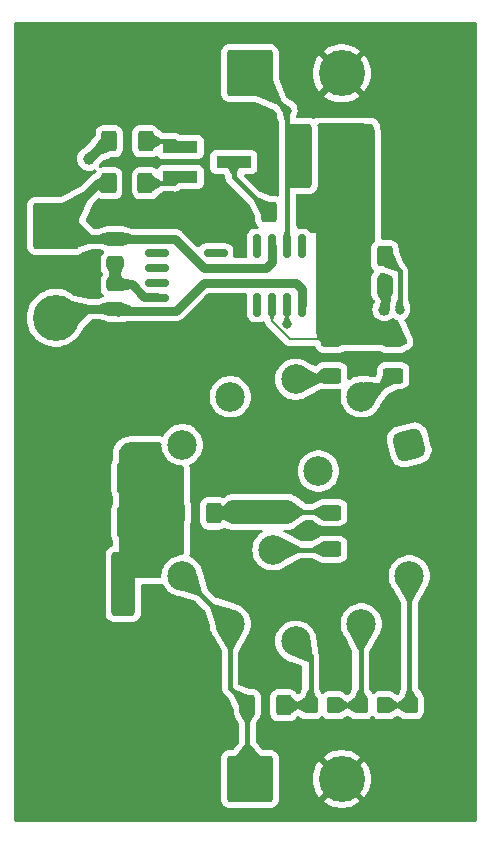
<source format=gbr>
%TF.GenerationSoftware,KiCad,Pcbnew,7.0.10*%
%TF.CreationDate,2024-06-24T21:04:25-04:00*%
%TF.ProjectId,nulldetector,6e756c6c-6465-4746-9563-746f722e6b69,rev?*%
%TF.SameCoordinates,Original*%
%TF.FileFunction,Copper,L1,Top*%
%TF.FilePolarity,Positive*%
%FSLAX46Y46*%
G04 Gerber Fmt 4.6, Leading zero omitted, Abs format (unit mm)*
G04 Created by KiCad (PCBNEW 7.0.10) date 2024-06-24 21:04:25*
%MOMM*%
%LPD*%
G01*
G04 APERTURE LIST*
G04 Aperture macros list*
%AMRoundRect*
0 Rectangle with rounded corners*
0 $1 Rounding radius*
0 $2 $3 $4 $5 $6 $7 $8 $9 X,Y pos of 4 corners*
0 Add a 4 corners polygon primitive as box body*
4,1,4,$2,$3,$4,$5,$6,$7,$8,$9,$2,$3,0*
0 Add four circle primitives for the rounded corners*
1,1,$1+$1,$2,$3*
1,1,$1+$1,$4,$5*
1,1,$1+$1,$6,$7*
1,1,$1+$1,$8,$9*
0 Add four rect primitives between the rounded corners*
20,1,$1+$1,$2,$3,$4,$5,0*
20,1,$1+$1,$4,$5,$6,$7,0*
20,1,$1+$1,$6,$7,$8,$9,0*
20,1,$1+$1,$8,$9,$2,$3,0*%
G04 Aperture macros list end*
%TA.AperFunction,ComponentPad*%
%ADD10RoundRect,0.250002X-1.699998X-1.699998X1.699998X-1.699998X1.699998X1.699998X-1.699998X1.699998X0*%
%TD*%
%TA.AperFunction,ComponentPad*%
%ADD11C,3.900000*%
%TD*%
%TA.AperFunction,SMDPad,CuDef*%
%ADD12RoundRect,0.250000X0.400000X0.625000X-0.400000X0.625000X-0.400000X-0.625000X0.400000X-0.625000X0*%
%TD*%
%TA.AperFunction,SMDPad,CuDef*%
%ADD13RoundRect,0.250000X0.625000X-0.400000X0.625000X0.400000X-0.625000X0.400000X-0.625000X-0.400000X0*%
%TD*%
%TA.AperFunction,SMDPad,CuDef*%
%ADD14RoundRect,0.250000X-0.400000X-0.625000X0.400000X-0.625000X0.400000X0.625000X-0.400000X0.625000X0*%
%TD*%
%TA.AperFunction,SMDPad,CuDef*%
%ADD15RoundRect,0.150000X0.150000X-0.825000X0.150000X0.825000X-0.150000X0.825000X-0.150000X-0.825000X0*%
%TD*%
%TA.AperFunction,SMDPad,CuDef*%
%ADD16RoundRect,0.249999X0.737501X2.450001X-0.737501X2.450001X-0.737501X-2.450001X0.737501X-2.450001X0*%
%TD*%
%TA.AperFunction,SMDPad,CuDef*%
%ADD17R,3.000000X1.000000*%
%TD*%
%TA.AperFunction,SMDPad,CuDef*%
%ADD18RoundRect,0.249999X2.450001X-0.737501X2.450001X0.737501X-2.450001X0.737501X-2.450001X-0.737501X0*%
%TD*%
%TA.AperFunction,SMDPad,CuDef*%
%ADD19RoundRect,0.250000X-0.350000X-0.450000X0.350000X-0.450000X0.350000X0.450000X-0.350000X0.450000X0*%
%TD*%
%TA.AperFunction,SMDPad,CuDef*%
%ADD20RoundRect,0.250000X-0.475000X0.337500X-0.475000X-0.337500X0.475000X-0.337500X0.475000X0.337500X0*%
%TD*%
%TA.AperFunction,SMDPad,CuDef*%
%ADD21RoundRect,0.150000X0.825000X0.150000X-0.825000X0.150000X-0.825000X-0.150000X0.825000X-0.150000X0*%
%TD*%
%TA.AperFunction,ComponentPad*%
%ADD22RoundRect,0.250002X-1.699998X1.699998X-1.699998X-1.699998X1.699998X-1.699998X1.699998X1.699998X0*%
%TD*%
%TA.AperFunction,SMDPad,CuDef*%
%ADD23RoundRect,0.250000X-0.500000X-1.100000X0.500000X-1.100000X0.500000X1.100000X-0.500000X1.100000X0*%
%TD*%
%TA.AperFunction,SMDPad,CuDef*%
%ADD24RoundRect,0.250000X0.500000X1.100000X-0.500000X1.100000X-0.500000X-1.100000X0.500000X-1.100000X0*%
%TD*%
%TA.AperFunction,ComponentPad*%
%ADD25RoundRect,0.625000X0.441942X0.765466X-0.765466X0.441942X-0.441942X-0.765466X0.765466X-0.441942X0*%
%TD*%
%TA.AperFunction,ComponentPad*%
%ADD26C,2.500000*%
%TD*%
%TA.AperFunction,ViaPad*%
%ADD27C,1.000000*%
%TD*%
%TA.AperFunction,ViaPad*%
%ADD28C,0.800000*%
%TD*%
%TA.AperFunction,Conductor*%
%ADD29C,0.750000*%
%TD*%
%TA.AperFunction,Conductor*%
%ADD30C,0.400000*%
%TD*%
%TA.AperFunction,Conductor*%
%ADD31C,0.200000*%
%TD*%
G04 APERTURE END LIST*
D10*
%TO.P,J2,1,Pin_1*%
%TO.N,/output*%
X145350000Y-85750000D03*
D11*
%TO.P,J2,2,Pin_2*%
%TO.N,GND*%
X153150000Y-85750000D03*
%TD*%
D12*
%TO.P,R13,1*%
%TO.N,Net-(R13-Pad1)*%
X156800000Y-101250000D03*
%TO.P,R13,2*%
%TO.N,/amp-*%
X153700000Y-101250000D03*
%TD*%
D13*
%TO.P,R10,1*%
%TO.N,Net-(R10-Pad1)*%
X152250000Y-111350000D03*
%TO.P,R10,2*%
%TO.N,/amp-*%
X152250000Y-108250000D03*
%TD*%
D14*
%TO.P,R9,1*%
%TO.N,/trim*%
X146950000Y-97500000D03*
%TO.P,R9,2*%
%TO.N,/amp-*%
X150050000Y-97500000D03*
%TD*%
D15*
%TO.P,U2,1,NC*%
%TO.N,unconnected-(U2-NC-Pad1)*%
X145960000Y-105340000D03*
%TO.P,U2,2,-*%
%TO.N,/amp-*%
X147230000Y-105340000D03*
%TO.P,U2,3,+*%
%TO.N,/amp+*%
X148500000Y-105340000D03*
%TO.P,U2,4,V-*%
%TO.N,-BATT*%
X149770000Y-105340000D03*
%TO.P,U2,5,clk*%
%TO.N,unconnected-(U2-clk-Pad5)*%
X149770000Y-100390000D03*
%TO.P,U2,6*%
%TO.N,/output*%
X148500000Y-100390000D03*
%TO.P,U2,7,V+*%
%TO.N,+BATT*%
X147230000Y-100390000D03*
%TO.P,U2,8,NC*%
%TO.N,unconnected-(U2-NC-Pad8)*%
X145960000Y-100390000D03*
%TD*%
D16*
%TO.P,C5,1*%
%TO.N,/amp-*%
X154887500Y-92750000D03*
%TO.P,C5,2*%
%TO.N,/output*%
X149612500Y-92750000D03*
%TD*%
D12*
%TO.P,R6,1*%
%TO.N,Net-(C3-Pad1)*%
X142300000Y-123000000D03*
%TO.P,R6,2*%
%TO.N,/amp+*%
X139200000Y-123000000D03*
%TD*%
D17*
%TO.P,RV1,1,1*%
%TO.N,Net-(R7-Pad2)*%
X139490004Y-94548001D03*
%TO.P,RV1,2,2*%
%TO.N,/trim*%
X143990004Y-93278001D03*
%TO.P,RV1,3,3*%
%TO.N,Net-(R8-Pad1)*%
X139490004Y-92008001D03*
%TD*%
D10*
%TO.P,J1,1,Pin_1*%
%TO.N,/IN*%
X145350000Y-145500000D03*
D11*
%TO.P,J1,2,Pin_2*%
%TO.N,GND*%
X153150000Y-145500000D03*
%TD*%
D13*
%TO.P,R11,1*%
%TO.N,Net-(R11-Pad1)*%
X157500000Y-111350000D03*
%TO.P,R11,2*%
%TO.N,/amp-*%
X157500000Y-108250000D03*
%TD*%
D18*
%TO.P,C3,1*%
%TO.N,Net-(C3-Pad1)*%
X146250000Y-122887500D03*
%TO.P,C3,2*%
%TO.N,GND*%
X146250000Y-117612500D03*
%TD*%
D19*
%TO.P,R3,1*%
%TO.N,Net-(R2-Pad2)*%
X154750000Y-139250000D03*
%TO.P,R3,2*%
%TO.N,Net-(R3-Pad2)*%
X156750000Y-139250000D03*
%TD*%
D14*
%TO.P,R7,1*%
%TO.N,+BATT*%
X133424000Y-95056001D03*
%TO.P,R7,2*%
%TO.N,Net-(R7-Pad2)*%
X136524000Y-95056001D03*
%TD*%
%TO.P,R1,1*%
%TO.N,/IN*%
X145150000Y-139250000D03*
%TO.P,R1,2*%
%TO.N,Net-(R1-Pad2)*%
X148250000Y-139250000D03*
%TD*%
D20*
%TO.P,C1,1*%
%TO.N,+BATT*%
X133956998Y-99774000D03*
%TO.P,C1,2*%
%TO.N,/nr*%
X133956998Y-101849000D03*
%TD*%
D14*
%TO.P,R12,1*%
%TO.N,/amp-*%
X153700000Y-103750000D03*
%TO.P,R12,2*%
%TO.N,GND*%
X156800000Y-103750000D03*
%TD*%
D16*
%TO.P,C4,1*%
%TO.N,/amp+*%
X134637500Y-129000000D03*
%TO.P,C4,2*%
%TO.N,GND*%
X129362500Y-129000000D03*
%TD*%
D20*
%TO.P,C2,1*%
%TO.N,/nr*%
X133957000Y-103627000D03*
%TO.P,C2,2*%
%TO.N,-BATT*%
X133957000Y-105702000D03*
%TD*%
D21*
%TO.P,U1,1,OUT*%
%TO.N,GND*%
X142475000Y-104770000D03*
%TO.P,U1,2,COMMON*%
%TO.N,-BATT*%
X142475000Y-103500000D03*
%TO.P,U1,3,IN*%
%TO.N,+BATT*%
X142475000Y-102230000D03*
%TO.P,U1,4,NC*%
%TO.N,unconnected-(U1-NC-Pad4)*%
X142475000Y-100960000D03*
%TO.P,U1,5,NC*%
%TO.N,unconnected-(U1-NC-Pad5)*%
X137525000Y-100960000D03*
%TO.P,U1,6,NC*%
%TO.N,unconnected-(U1-NC-Pad6)*%
X137525000Y-102230000D03*
%TO.P,U1,7,NC*%
%TO.N,unconnected-(U1-NC-Pad7)*%
X137525000Y-103500000D03*
%TO.P,U1,8,NOISE_REDUCTION*%
%TO.N,/nr*%
X137525000Y-104770000D03*
%TD*%
D22*
%TO.P,BT1,1,+*%
%TO.N,+BATT*%
X128942000Y-98658000D03*
D11*
%TO.P,BT1,2,-*%
%TO.N,-BATT*%
X128942000Y-106458000D03*
%TD*%
D19*
%TO.P,R4,1*%
%TO.N,Net-(R3-Pad2)*%
X159000000Y-139250000D03*
%TO.P,R4,2*%
%TO.N,GND*%
X161000000Y-139250000D03*
%TD*%
D13*
%TO.P,R5,1*%
%TO.N,Net-(SW1B-B)*%
X152250000Y-126050000D03*
%TO.P,R5,2*%
%TO.N,Net-(C3-Pad1)*%
X152250000Y-122950000D03*
%TD*%
D19*
%TO.P,R2,1*%
%TO.N,Net-(R1-Pad2)*%
X150500000Y-139250000D03*
%TO.P,R2,2*%
%TO.N,Net-(R2-Pad2)*%
X152500000Y-139250000D03*
%TD*%
D23*
%TO.P,D2,1,K*%
%TO.N,GND*%
X130100000Y-120000000D03*
%TO.P,D2,2,A*%
%TO.N,/amp+*%
X134900000Y-120000000D03*
%TD*%
D12*
%TO.P,R8,1*%
%TO.N,Net-(R8-Pad1)*%
X136550000Y-91500000D03*
%TO.P,R8,2*%
%TO.N,-BATT*%
X133450000Y-91500000D03*
%TD*%
D24*
%TO.P,D1,1,K*%
%TO.N,/amp+*%
X134900000Y-123750000D03*
%TO.P,D1,2,A*%
%TO.N,GND*%
X130100000Y-123750000D03*
%TD*%
D25*
%TO.P,SW1,1*%
%TO.N,Net-(R13-Pad1)*%
X158861914Y-117203253D03*
D26*
%TO.P,SW1,2*%
%TO.N,Net-(R11-Pad1)*%
X154800788Y-113135753D03*
%TO.P,SW1,3*%
%TO.N,Net-(R10-Pad1)*%
X149247667Y-111652464D03*
%TO.P,SW1,4*%
X143703253Y-113138086D03*
%TO.P,SW1,5*%
X139635753Y-117199212D03*
%TO.P,SW1,6*%
%TO.N,/IN*%
X139638086Y-128296747D03*
%TO.P,SW1,7*%
X143699212Y-132364247D03*
%TO.P,SW1,8*%
%TO.N,Net-(R1-Pad2)*%
X149252333Y-133847536D03*
%TO.P,SW1,9*%
%TO.N,Net-(R2-Pad2)*%
X154796747Y-132361914D03*
%TO.P,SW1,10*%
%TO.N,Net-(R3-Pad2)*%
X158864247Y-128300788D03*
%TO.P,SW1,11,A*%
%TO.N,/output*%
X151173330Y-119418694D03*
%TO.P,SW1,12,B*%
%TO.N,Net-(SW1B-B)*%
X147326670Y-126081306D03*
%TD*%
D27*
%TO.N,-BATT*%
X131750000Y-93000000D03*
%TO.N,GND*%
X138000000Y-108000000D03*
D28*
X155750000Y-109750000D03*
D27*
X142500000Y-108000000D03*
D28*
X163750000Y-82250000D03*
X163750000Y-124500000D03*
X136750000Y-82250000D03*
X163750000Y-148250000D03*
X126250000Y-132750000D03*
X163750000Y-139250000D03*
X131750000Y-102500000D03*
X136750000Y-89000000D03*
X144250000Y-127750000D03*
X136500000Y-148250000D03*
D27*
X156750000Y-105750000D03*
D28*
X147000000Y-94500000D03*
X135000000Y-93250000D03*
X126250000Y-117750000D03*
X156750000Y-122750000D03*
X126250000Y-148250000D03*
D27*
X146500000Y-108000000D03*
D28*
X126250000Y-82250000D03*
X141750000Y-97750000D03*
X160250000Y-109750000D03*
X163750000Y-102500000D03*
X139000000Y-132750000D03*
%TO.N,/amp+*%
X148500000Y-107000000D03*
X135000000Y-117750000D03*
%TO.N,/output*%
X148500000Y-88900000D03*
%TO.N,Net-(R13-Pad1)*%
X158050003Y-105750000D03*
%TD*%
D29*
%TO.N,+BATT*%
X130058000Y-99774000D02*
X128942000Y-98658000D01*
X139001696Y-99774000D02*
X141457696Y-102230000D01*
X147230000Y-101750000D02*
X146750000Y-102230000D01*
X146750000Y-102230000D02*
X142475000Y-102230000D01*
X141457696Y-102230000D02*
X142475000Y-102230000D01*
X128942000Y-98658000D02*
X132543999Y-95056001D01*
X147230000Y-100390000D02*
X147230000Y-101750000D01*
X132543999Y-95056001D02*
X133424000Y-95056001D01*
X133956998Y-99774000D02*
X130058000Y-99774000D01*
X133956998Y-99774000D02*
X139001696Y-99774000D01*
%TO.N,/nr*%
X133956998Y-103626998D02*
X133957000Y-103627000D01*
X133956998Y-101849000D02*
X133956998Y-103626998D01*
X133957000Y-103627000D02*
X135364696Y-103627000D01*
X136432696Y-104695000D02*
X137525000Y-104695000D01*
X135364696Y-103627000D02*
X136432696Y-104695000D01*
%TO.N,-BATT*%
X133957000Y-105702000D02*
X134200000Y-105945000D01*
X133957000Y-105702000D02*
X134100000Y-105845000D01*
X133250000Y-91500000D02*
X131750000Y-93000000D01*
X129698000Y-105702000D02*
X128942000Y-106458000D01*
X134100000Y-105845000D02*
X139112696Y-105845000D01*
X133450000Y-91500000D02*
X133250000Y-91500000D01*
X133957000Y-105702000D02*
X129698000Y-105702000D01*
X139112696Y-105845000D02*
X141457696Y-103500000D01*
X149250000Y-103500000D02*
X142475000Y-103500000D01*
X149770000Y-104020000D02*
X149250000Y-103500000D01*
X149770000Y-105340000D02*
X149770000Y-104020000D01*
X141457696Y-103500000D02*
X142475000Y-103500000D01*
D30*
%TO.N,Net-(C3-Pad1)*%
X146250000Y-122887500D02*
X152187500Y-122887500D01*
X152187500Y-122887500D02*
X152250000Y-122950000D01*
X142300000Y-123000000D02*
X146137500Y-123000000D01*
X146137500Y-123000000D02*
X146250000Y-122887500D01*
D29*
%TO.N,GND*%
X156800000Y-105700000D02*
X156750000Y-105750000D01*
X156800000Y-103750000D02*
X156800000Y-105700000D01*
D31*
%TO.N,/amp+*%
X148500000Y-105340000D02*
X148500000Y-107000000D01*
%TO.N,/amp-*%
X147230000Y-105340000D02*
X147230000Y-106719950D01*
X147230000Y-106719950D02*
X148760050Y-108250000D01*
X148760050Y-108250000D02*
X152250000Y-108250000D01*
D30*
%TO.N,/output*%
X148500000Y-94250000D02*
X148500000Y-88900000D01*
X148500000Y-94250000D02*
X148500000Y-93862500D01*
X148500000Y-93862500D02*
X149612500Y-92750000D01*
X148500000Y-88900000D02*
X145350000Y-85750000D01*
X148500000Y-100390000D02*
X148500000Y-94250000D01*
%TO.N,/IN*%
X143699212Y-132364247D02*
X139638086Y-128303121D01*
X143699212Y-137799212D02*
X145150000Y-139250000D01*
X143699212Y-132364247D02*
X143699212Y-137799212D01*
X139638086Y-128303121D02*
X139638086Y-128296747D01*
X145150000Y-139250000D02*
X145150000Y-145300000D01*
X145150000Y-145300000D02*
X145350000Y-145500000D01*
%TO.N,Net-(R1-Pad2)*%
X149252333Y-133847536D02*
X150500000Y-135095203D01*
X150500000Y-135095203D02*
X150500000Y-139250000D01*
X148250000Y-139250000D02*
X150500000Y-139250000D01*
%TO.N,Net-(R2-Pad2)*%
X152500000Y-139250000D02*
X154750000Y-139250000D01*
X154750000Y-139250000D02*
X154750000Y-132408661D01*
X154750000Y-132408661D02*
X154796747Y-132361914D01*
%TO.N,Net-(R3-Pad2)*%
X158864247Y-139114247D02*
X159000000Y-139250000D01*
X158864247Y-128300788D02*
X158864247Y-139114247D01*
X156750000Y-139250000D02*
X159000000Y-139250000D01*
%TO.N,Net-(SW1B-B)*%
X152218694Y-126081306D02*
X152250000Y-126050000D01*
X147326670Y-126081306D02*
X152218694Y-126081306D01*
%TO.N,Net-(R7-Pad2)*%
X138982004Y-95056001D02*
X139490004Y-94548001D01*
X136524000Y-95056001D02*
X138982004Y-95056001D01*
%TO.N,Net-(R8-Pad1)*%
X138982003Y-91500000D02*
X139490004Y-92008001D01*
X136550000Y-91500000D02*
X138982003Y-91500000D01*
%TO.N,/trim*%
X143990004Y-93278001D02*
X143990004Y-94540004D01*
X143990004Y-94540004D02*
X146950000Y-97500000D01*
%TO.N,Net-(R10-Pad1)*%
X149247667Y-111652464D02*
X151947536Y-111652464D01*
X151947536Y-111652464D02*
X152250000Y-111350000D01*
%TO.N,Net-(R11-Pad1)*%
X155714247Y-113135753D02*
X157500000Y-111350000D01*
X154800788Y-113135753D02*
X155714247Y-113135753D01*
%TO.N,Net-(R13-Pad1)*%
X156800000Y-101250000D02*
X158050003Y-102500003D01*
X158050003Y-102500003D02*
X158050003Y-105750000D01*
%TD*%
%TA.AperFunction,Conductor*%
%TO.N,/amp-*%
G36*
X147240433Y-105371384D02*
G01*
X147241122Y-105373046D01*
X147517123Y-106217938D01*
X147516547Y-106226637D01*
X147333187Y-106608366D01*
X147326516Y-106614340D01*
X147322641Y-106615000D01*
X147137359Y-106615000D01*
X147129086Y-106611573D01*
X147126813Y-106608366D01*
X146943452Y-106226637D01*
X146942876Y-106217939D01*
X147218878Y-105373045D01*
X147224705Y-105366246D01*
X147233633Y-105365557D01*
X147240433Y-105371384D01*
G37*
%TD.AperFunction*%
%TD*%
%TA.AperFunction,Conductor*%
%TO.N,Net-(R11-Pad1)*%
G36*
X157493302Y-111348924D02*
G01*
X157501394Y-111352758D01*
X157503535Y-111356147D01*
X157765033Y-111989808D01*
X157765022Y-111998763D01*
X157759315Y-112004802D01*
X156543437Y-112593267D01*
X156534497Y-112593787D01*
X156530067Y-112591009D01*
X156258403Y-112319345D01*
X156254976Y-112311072D01*
X156255698Y-112307027D01*
X156622026Y-111313822D01*
X156628103Y-111307248D01*
X156633580Y-111306187D01*
X157493302Y-111348924D01*
G37*
%TD.AperFunction*%
%TD*%
%TA.AperFunction,Conductor*%
%TO.N,+BATT*%
G36*
X134534133Y-99207215D02*
G01*
X135260752Y-99396719D01*
X135267891Y-99402121D01*
X135269498Y-99408039D01*
X135269498Y-100139960D01*
X135266071Y-100148233D01*
X135260751Y-100151281D01*
X134534134Y-100340783D01*
X134525263Y-100339555D01*
X134522931Y-100337758D01*
X134284217Y-100100381D01*
X133964339Y-99782294D01*
X133960890Y-99774033D01*
X133964294Y-99765750D01*
X134522931Y-99210240D01*
X134531214Y-99206837D01*
X134534133Y-99207215D01*
G37*
%TD.AperFunction*%
%TD*%
%TA.AperFunction,Conductor*%
%TO.N,Net-(C3-Pad1)*%
G36*
X143624797Y-121981886D02*
G01*
X146220484Y-122876976D01*
X146227187Y-122882913D01*
X146227730Y-122891851D01*
X146221793Y-122898555D01*
X146220828Y-122898973D01*
X143709509Y-123853999D01*
X143700558Y-123853737D01*
X143699522Y-123853208D01*
X142568373Y-123203373D01*
X142562906Y-123196280D01*
X142562501Y-123193228D01*
X142562501Y-122805727D01*
X142565928Y-122797454D01*
X142567020Y-122796490D01*
X143613811Y-121983706D01*
X143622446Y-121981340D01*
X143624797Y-121981886D01*
G37*
%TD.AperFunction*%
%TD*%
%TA.AperFunction,Conductor*%
%TO.N,/amp+*%
G36*
X148510433Y-105371384D02*
G01*
X148511122Y-105373046D01*
X148787123Y-106217938D01*
X148786547Y-106226637D01*
X148603187Y-106608366D01*
X148596516Y-106614340D01*
X148592641Y-106615000D01*
X148407359Y-106615000D01*
X148399086Y-106611573D01*
X148396813Y-106608366D01*
X148213452Y-106226637D01*
X148212876Y-106217939D01*
X148488878Y-105373045D01*
X148494705Y-105366246D01*
X148503633Y-105365557D01*
X148510433Y-105371384D01*
G37*
%TD.AperFunction*%
%TD*%
%TA.AperFunction,Conductor*%
%TO.N,Net-(R2-Pad2)*%
G36*
X154803529Y-132366137D02*
G01*
X155773057Y-133112817D01*
X155777521Y-133120580D01*
X155776109Y-133127834D01*
X155266872Y-134030956D01*
X154953633Y-134586482D01*
X154953357Y-134586971D01*
X154946309Y-134592494D01*
X154943166Y-134592924D01*
X154557211Y-134592924D01*
X154548938Y-134589497D01*
X154546759Y-134586482D01*
X153786325Y-133075000D01*
X153785668Y-133066070D01*
X153790099Y-133060135D01*
X154789715Y-132365797D01*
X154798465Y-132363892D01*
X154803529Y-132366137D01*
G37*
%TD.AperFunction*%
%TD*%
%TA.AperFunction,Conductor*%
%TO.N,/IN*%
G36*
X143706114Y-132368292D02*
G01*
X144656844Y-133063246D01*
X144691016Y-133088225D01*
X144695673Y-133095874D01*
X144694437Y-133103174D01*
X143902515Y-134589060D01*
X143895600Y-134594749D01*
X143892190Y-134595257D01*
X143506234Y-134595257D01*
X143497961Y-134591830D01*
X143495909Y-134589060D01*
X142703986Y-133103174D01*
X142703119Y-133094261D01*
X142707405Y-133088226D01*
X143692309Y-132368292D01*
X143701009Y-132366178D01*
X143706114Y-132368292D01*
G37*
%TD.AperFunction*%
%TD*%
%TA.AperFunction,Conductor*%
%TO.N,/IN*%
G36*
X145157701Y-139257967D02*
G01*
X145158808Y-139259074D01*
X145775642Y-139964577D01*
X145778508Y-139973061D01*
X145777147Y-139977804D01*
X145353308Y-140768826D01*
X145346380Y-140774500D01*
X145342995Y-140775000D01*
X144957005Y-140775000D01*
X144948732Y-140771573D01*
X144946692Y-140768826D01*
X144522852Y-139977804D01*
X144521965Y-139968893D01*
X144524355Y-139964580D01*
X145141192Y-139259073D01*
X145149217Y-139255101D01*
X145157701Y-139257967D01*
G37*
%TD.AperFunction*%
%TD*%
%TA.AperFunction,Conductor*%
%TO.N,Net-(R3-Pad2)*%
G36*
X158461833Y-138657150D02*
G01*
X158993840Y-139242128D01*
X158996871Y-139250554D01*
X158993840Y-139257872D01*
X158461833Y-139842849D01*
X158453731Y-139846664D01*
X158447081Y-139844964D01*
X157805604Y-139453420D01*
X157800328Y-139446184D01*
X157800000Y-139443433D01*
X157800000Y-139056566D01*
X157803427Y-139048293D01*
X157805601Y-139046580D01*
X158447082Y-138655034D01*
X158455928Y-138653650D01*
X158461833Y-138657150D01*
G37*
%TD.AperFunction*%
%TD*%
%TA.AperFunction,Conductor*%
%TO.N,-BATT*%
G36*
X132199244Y-92035032D02*
G01*
X132714967Y-92550755D01*
X132718394Y-92559028D01*
X132715929Y-92566211D01*
X132111673Y-93343112D01*
X132103889Y-93347539D01*
X132095255Y-93345164D01*
X132094186Y-93344223D01*
X131749293Y-93000707D01*
X131405779Y-92655816D01*
X131402370Y-92647538D01*
X131405813Y-92639271D01*
X131406877Y-92638334D01*
X132183788Y-92034069D01*
X132192422Y-92031695D01*
X132199244Y-92035032D01*
G37*
%TD.AperFunction*%
%TD*%
%TA.AperFunction,Conductor*%
%TO.N,Net-(R8-Pad1)*%
G36*
X137203070Y-90855526D02*
G01*
X137844925Y-91296513D01*
X137849804Y-91304022D01*
X137850000Y-91306156D01*
X137850000Y-91693843D01*
X137846573Y-91702116D01*
X137844925Y-91703486D01*
X137203070Y-92144473D01*
X137194311Y-92146334D01*
X137188147Y-92143078D01*
X136751242Y-91703486D01*
X136557196Y-91508246D01*
X136553795Y-91499964D01*
X136557196Y-91491753D01*
X137188149Y-90856920D01*
X137196409Y-90853469D01*
X137203070Y-90855526D01*
G37*
%TD.AperFunction*%
%TD*%
%TA.AperFunction,Conductor*%
%TO.N,/output*%
G36*
X147294438Y-86284256D02*
G01*
X147301506Y-86289754D01*
X147302173Y-86291130D01*
X148072379Y-88185270D01*
X148072321Y-88194224D01*
X148069814Y-88197950D01*
X147797950Y-88469814D01*
X147789677Y-88473241D01*
X147785270Y-88472379D01*
X145891130Y-87702173D01*
X145884757Y-87695882D01*
X145884256Y-87694438D01*
X145354749Y-85769131D01*
X145355859Y-85760247D01*
X145362927Y-85754749D01*
X145369131Y-85754749D01*
X147294438Y-86284256D01*
G37*
%TD.AperFunction*%
%TD*%
%TA.AperFunction,Conductor*%
%TO.N,Net-(R2-Pad2)*%
G36*
X154211833Y-138657150D02*
G01*
X154743840Y-139242128D01*
X154746871Y-139250554D01*
X154743840Y-139257872D01*
X154211833Y-139842849D01*
X154203731Y-139846664D01*
X154197081Y-139844964D01*
X153555604Y-139453420D01*
X153550328Y-139446184D01*
X153550000Y-139443433D01*
X153550000Y-139056566D01*
X153553427Y-139048293D01*
X153555601Y-139046580D01*
X154197082Y-138655034D01*
X154205928Y-138653650D01*
X154211833Y-138657150D01*
G37*
%TD.AperFunction*%
%TD*%
%TA.AperFunction,Conductor*%
%TO.N,Net-(R1-Pad2)*%
G36*
X150701074Y-137953427D02*
G01*
X150703245Y-137956425D01*
X151077028Y-138696524D01*
X151077698Y-138705454D01*
X151074602Y-138710320D01*
X150508018Y-139243455D01*
X150499644Y-139246629D01*
X150491982Y-139243455D01*
X149925397Y-138710320D01*
X149921720Y-138702155D01*
X149922970Y-138696527D01*
X150296755Y-137956424D01*
X150303544Y-137950586D01*
X150307199Y-137950000D01*
X150692801Y-137950000D01*
X150701074Y-137953427D01*
G37*
%TD.AperFunction*%
%TD*%
%TA.AperFunction,Conductor*%
%TO.N,/amp+*%
G36*
X137828673Y-117019685D02*
G01*
X137874428Y-117072489D01*
X137885287Y-117133267D01*
X137880345Y-117199208D01*
X137880345Y-117199216D01*
X137899949Y-117460832D01*
X137899950Y-117460837D01*
X137958329Y-117716614D01*
X137958331Y-117716623D01*
X137958333Y-117716628D01*
X138054185Y-117960855D01*
X138185367Y-118188069D01*
X138317489Y-118353745D01*
X138348951Y-118393197D01*
X138530506Y-118561653D01*
X138541274Y-118571645D01*
X138758049Y-118719440D01*
X138758054Y-118719442D01*
X138758055Y-118719443D01*
X138758056Y-118719444D01*
X138883596Y-118779900D01*
X138994426Y-118833273D01*
X138994427Y-118833273D01*
X138994430Y-118833275D01*
X139245138Y-118910608D01*
X139504571Y-118949712D01*
X139626000Y-118949712D01*
X139693039Y-118969397D01*
X139738794Y-119022201D01*
X139750000Y-119073712D01*
X139750000Y-126422247D01*
X139730315Y-126489286D01*
X139677511Y-126535041D01*
X139626000Y-126546247D01*
X139506898Y-126546247D01*
X139345333Y-126570600D01*
X139247471Y-126585351D01*
X139247468Y-126585352D01*
X139247462Y-126585353D01*
X138996759Y-126662685D01*
X138760389Y-126776514D01*
X138760388Y-126776515D01*
X138543606Y-126924314D01*
X138351284Y-127102761D01*
X138187700Y-127307890D01*
X138056518Y-127535103D01*
X137960668Y-127779325D01*
X137960662Y-127779344D01*
X137902283Y-128035121D01*
X137902282Y-128035126D01*
X137882678Y-128296742D01*
X137882678Y-128296751D01*
X137887922Y-128366734D01*
X137873302Y-128435057D01*
X137824065Y-128484630D01*
X137764269Y-128500000D01*
X135256093Y-128500000D01*
X135243939Y-128499403D01*
X135067065Y-128481982D01*
X135043224Y-128477240D01*
X134879001Y-128427424D01*
X134856543Y-128418121D01*
X134705201Y-128337227D01*
X134684989Y-128323722D01*
X134552333Y-128214854D01*
X134535145Y-128197666D01*
X134426277Y-128065010D01*
X134412772Y-128044798D01*
X134331878Y-127893456D01*
X134322575Y-127870998D01*
X134272757Y-127706769D01*
X134268018Y-127682941D01*
X134250597Y-127506061D01*
X134250000Y-127493907D01*
X134250000Y-118006092D01*
X134250597Y-117993938D01*
X134268018Y-117817056D01*
X134272757Y-117793232D01*
X134322577Y-117628994D01*
X134331875Y-117606549D01*
X134412775Y-117455195D01*
X134426272Y-117434995D01*
X134535149Y-117302328D01*
X134552328Y-117285149D01*
X134684995Y-117176272D01*
X134705195Y-117162775D01*
X134856549Y-117081875D01*
X134878994Y-117072577D01*
X135043232Y-117022757D01*
X135067056Y-117018018D01*
X135243939Y-117000597D01*
X135256093Y-117000000D01*
X137761634Y-117000000D01*
X137828673Y-117019685D01*
G37*
%TD.AperFunction*%
%TD*%
%TA.AperFunction,Conductor*%
%TO.N,Net-(R13-Pad1)*%
G36*
X158249247Y-104953427D02*
G01*
X158252292Y-104958734D01*
X158416974Y-105587079D01*
X158415756Y-105595950D01*
X158410158Y-105600844D01*
X158054505Y-105749123D01*
X158045551Y-105749144D01*
X158045501Y-105749123D01*
X157689847Y-105600844D01*
X157683529Y-105594497D01*
X157683031Y-105587082D01*
X157847714Y-104958734D01*
X157853127Y-104951600D01*
X157859032Y-104950000D01*
X158240974Y-104950000D01*
X158249247Y-104953427D01*
G37*
%TD.AperFunction*%
%TD*%
%TA.AperFunction,Conductor*%
%TO.N,-BATT*%
G36*
X132808563Y-91196294D02*
G01*
X133443631Y-91495954D01*
X133449650Y-91502583D01*
X133450324Y-91507107D01*
X133408185Y-92367307D01*
X133404357Y-92375403D01*
X133400594Y-92377695D01*
X132612593Y-92672150D01*
X132603644Y-92671836D01*
X132600225Y-92669463D01*
X132082442Y-92151680D01*
X132079015Y-92143407D01*
X132081403Y-92136324D01*
X132794264Y-91199789D01*
X132802001Y-91195282D01*
X132808563Y-91196294D01*
G37*
%TD.AperFunction*%
%TD*%
%TA.AperFunction,Conductor*%
%TO.N,Net-(R2-Pad2)*%
G36*
X153052917Y-138655034D02*
G01*
X153694396Y-139046579D01*
X153699672Y-139053815D01*
X153700000Y-139056566D01*
X153700000Y-139443433D01*
X153696573Y-139451706D01*
X153694396Y-139453420D01*
X153052918Y-139844964D01*
X153044071Y-139846349D01*
X153038166Y-139842849D01*
X152506159Y-139257872D01*
X152503128Y-139249446D01*
X152506159Y-139242128D01*
X152677420Y-139053815D01*
X153038166Y-138657149D01*
X153046268Y-138653335D01*
X153052917Y-138655034D01*
G37*
%TD.AperFunction*%
%TD*%
%TA.AperFunction,Conductor*%
%TO.N,Net-(R3-Pad2)*%
G36*
X158871149Y-128304833D02*
G01*
X159821879Y-128999787D01*
X159856051Y-129024766D01*
X159860708Y-129032415D01*
X159859472Y-129039715D01*
X159067550Y-130525601D01*
X159060635Y-130531290D01*
X159057225Y-130531798D01*
X158671269Y-130531798D01*
X158662996Y-130528371D01*
X158660944Y-130525601D01*
X157869021Y-129039715D01*
X157868154Y-129030802D01*
X157872440Y-129024767D01*
X158857344Y-128304833D01*
X158866044Y-128302719D01*
X158871149Y-128304833D01*
G37*
%TD.AperFunction*%
%TD*%
%TA.AperFunction,Conductor*%
%TO.N,/output*%
G36*
X148083526Y-88197448D02*
G01*
X148572827Y-88483530D01*
X148644284Y-88525309D01*
X148649697Y-88532443D01*
X148649199Y-88539861D01*
X148502563Y-88896195D01*
X148496245Y-88902542D01*
X148496195Y-88902563D01*
X148139861Y-89049199D01*
X148130907Y-89049178D01*
X148125309Y-89044284D01*
X148038725Y-88896195D01*
X147797448Y-88483527D01*
X147796231Y-88474659D01*
X147799274Y-88469354D01*
X148069353Y-88199275D01*
X148077625Y-88195849D01*
X148083526Y-88197448D01*
G37*
%TD.AperFunction*%
%TD*%
%TA.AperFunction,Conductor*%
%TO.N,/output*%
G36*
X148698919Y-99118427D02*
G01*
X148702059Y-99124125D01*
X148787872Y-99504452D01*
X148787581Y-99510660D01*
X148511122Y-100356953D01*
X148505295Y-100363753D01*
X148496367Y-100364442D01*
X148489567Y-100358615D01*
X148488878Y-100356953D01*
X148429516Y-100175235D01*
X148212417Y-99510657D01*
X148212127Y-99504454D01*
X148297941Y-99124124D01*
X148303105Y-99116809D01*
X148309354Y-99115000D01*
X148690646Y-99115000D01*
X148698919Y-99118427D01*
G37*
%TD.AperFunction*%
%TD*%
%TA.AperFunction,Conductor*%
%TO.N,/IN*%
G36*
X142266448Y-130643967D02*
G01*
X143872751Y-131130311D01*
X143879677Y-131135988D01*
X143880935Y-131143224D01*
X143701171Y-132356500D01*
X143696568Y-132364181D01*
X143691484Y-132366332D01*
X142494415Y-132561971D01*
X142485698Y-132559923D01*
X142481352Y-132553885D01*
X141978990Y-130931521D01*
X141979816Y-130922607D01*
X141981890Y-130919793D01*
X142254791Y-130646892D01*
X142263063Y-130643466D01*
X142266448Y-130643967D01*
G37*
%TD.AperFunction*%
%TD*%
%TA.AperFunction,Conductor*%
%TO.N,/nr*%
G36*
X134534135Y-103060215D02*
G01*
X135260754Y-103249719D01*
X135267893Y-103255121D01*
X135269500Y-103261039D01*
X135269500Y-103992960D01*
X135266073Y-104001233D01*
X135260753Y-104004281D01*
X134534136Y-104193783D01*
X134525265Y-104192555D01*
X134522933Y-104190758D01*
X134284219Y-103953381D01*
X133964341Y-103635294D01*
X133960892Y-103627033D01*
X133964296Y-103618750D01*
X134522933Y-103063240D01*
X134531216Y-103059837D01*
X134534135Y-103060215D01*
G37*
%TD.AperFunction*%
%TD*%
%TA.AperFunction,Conductor*%
%TO.N,-BATT*%
G36*
X133388734Y-105136444D02*
G01*
X133391066Y-105138241D01*
X133949657Y-105693704D01*
X133953107Y-105701967D01*
X133949703Y-105710250D01*
X133949657Y-105710296D01*
X133391066Y-106265758D01*
X133382783Y-106269162D01*
X133379863Y-106268783D01*
X132653247Y-106079281D01*
X132646107Y-106073878D01*
X132644500Y-106067960D01*
X132644500Y-105336039D01*
X132647927Y-105327766D01*
X132653244Y-105324719D01*
X133379863Y-105135216D01*
X133388734Y-105136444D01*
G37*
%TD.AperFunction*%
%TD*%
%TA.AperFunction,Conductor*%
%TO.N,/nr*%
G36*
X134331922Y-102455427D02*
G01*
X134334713Y-102459894D01*
X134542053Y-103062664D01*
X134541503Y-103071602D01*
X134539048Y-103074952D01*
X133965058Y-103620342D01*
X133956700Y-103623556D01*
X133948940Y-103620342D01*
X133374949Y-103074953D01*
X133371312Y-103066770D01*
X133371943Y-103062668D01*
X133579283Y-102459894D01*
X133585215Y-102453186D01*
X133590347Y-102452000D01*
X134323649Y-102452000D01*
X134331922Y-102455427D01*
G37*
%TD.AperFunction*%
%TD*%
%TA.AperFunction,Conductor*%
%TO.N,Net-(R13-Pad1)*%
G36*
X157448763Y-100984977D02*
G01*
X157454802Y-100990684D01*
X158043267Y-102206562D01*
X158043787Y-102215502D01*
X158041009Y-102219932D01*
X157769345Y-102491596D01*
X157761072Y-102495023D01*
X157757023Y-102494300D01*
X156763824Y-102127974D01*
X156757248Y-102121896D01*
X156756187Y-102116418D01*
X156798924Y-101256695D01*
X156802758Y-101248605D01*
X156806144Y-101246465D01*
X157439810Y-100984966D01*
X157448763Y-100984977D01*
G37*
%TD.AperFunction*%
%TD*%
%TA.AperFunction,Conductor*%
%TO.N,Net-(R2-Pad2)*%
G36*
X154951074Y-137953427D02*
G01*
X154953245Y-137956425D01*
X155327028Y-138696524D01*
X155327698Y-138705454D01*
X155324602Y-138710320D01*
X154758018Y-139243455D01*
X154749644Y-139246629D01*
X154741982Y-139243455D01*
X154175397Y-138710320D01*
X154171720Y-138702155D01*
X154172970Y-138696527D01*
X154546755Y-137956424D01*
X154553544Y-137950586D01*
X154557199Y-137950000D01*
X154942801Y-137950000D01*
X154951074Y-137953427D01*
G37*
%TD.AperFunction*%
%TD*%
%TA.AperFunction,Conductor*%
%TO.N,-BATT*%
G36*
X134605214Y-105183799D02*
G01*
X135262429Y-105466953D01*
X135268671Y-105473374D01*
X135269500Y-105477698D01*
X135269500Y-106209230D01*
X135266073Y-106217503D01*
X135258768Y-106220890D01*
X134438164Y-106288988D01*
X134429635Y-106286257D01*
X134428105Y-106284693D01*
X133963363Y-105711088D01*
X133960818Y-105702503D01*
X133965085Y-105694635D01*
X134593219Y-105185455D01*
X134601803Y-105182908D01*
X134605214Y-105183799D01*
G37*
%TD.AperFunction*%
%TD*%
%TA.AperFunction,Conductor*%
%TO.N,Net-(R11-Pad1)*%
G36*
X156561610Y-112000855D02*
G01*
X156569156Y-112004259D01*
X156842056Y-112277159D01*
X156845483Y-112285432D01*
X156843488Y-112291966D01*
X155908189Y-113681114D01*
X155900726Y-113686063D01*
X155893236Y-113685037D01*
X154807871Y-113140369D01*
X154802014Y-113133596D01*
X154801598Y-113127878D01*
X155016029Y-111915030D01*
X155020843Y-111907482D01*
X155028275Y-111905392D01*
X156561610Y-112000855D01*
G37*
%TD.AperFunction*%
%TD*%
%TA.AperFunction,Conductor*%
%TO.N,/IN*%
G36*
X145352944Y-142553427D02*
G01*
X145353498Y-142554020D01*
X146215168Y-143544370D01*
X146218013Y-143552861D01*
X146217027Y-143556815D01*
X145359309Y-145480123D01*
X145352809Y-145486283D01*
X145343858Y-145486044D01*
X145338509Y-145481240D01*
X145337859Y-145480123D01*
X144219333Y-143556627D01*
X144218137Y-143547753D01*
X144220015Y-143543825D01*
X144946493Y-142554773D01*
X144954153Y-142550135D01*
X144955923Y-142550000D01*
X145344671Y-142550000D01*
X145352944Y-142553427D01*
G37*
%TD.AperFunction*%
%TD*%
%TA.AperFunction,Conductor*%
%TO.N,Net-(R7-Pad2)*%
G36*
X137177070Y-94411527D02*
G01*
X137818925Y-94852514D01*
X137823804Y-94860023D01*
X137824000Y-94862157D01*
X137824000Y-95249844D01*
X137820573Y-95258117D01*
X137818925Y-95259487D01*
X137177070Y-95700474D01*
X137168311Y-95702335D01*
X137162147Y-95699079D01*
X136725242Y-95259487D01*
X136531196Y-95064247D01*
X136527795Y-95055965D01*
X136531196Y-95047754D01*
X137162149Y-94412921D01*
X137170409Y-94409470D01*
X137177070Y-94411527D01*
G37*
%TD.AperFunction*%
%TD*%
%TA.AperFunction,Conductor*%
%TO.N,/trim*%
G36*
X145992973Y-96255698D02*
G01*
X146986176Y-96622026D01*
X146992751Y-96628103D01*
X146993812Y-96633583D01*
X146951075Y-97493301D01*
X146947241Y-97501394D01*
X146943852Y-97503535D01*
X146310191Y-97765032D01*
X146301236Y-97765021D01*
X146295197Y-97759314D01*
X145706732Y-96543437D01*
X145706212Y-96534497D01*
X145708988Y-96530069D01*
X145980655Y-96258402D01*
X145988927Y-96254976D01*
X145992973Y-96255698D01*
G37*
%TD.AperFunction*%
%TD*%
%TA.AperFunction,Conductor*%
%TO.N,/output*%
G36*
X148860155Y-89049155D02*
G01*
X148866473Y-89055502D01*
X148866971Y-89062920D01*
X148702289Y-89691266D01*
X148696876Y-89698400D01*
X148690971Y-89700000D01*
X148309029Y-89700000D01*
X148300756Y-89696573D01*
X148297711Y-89691266D01*
X148282585Y-89633553D01*
X148133028Y-89062918D01*
X148134246Y-89054049D01*
X148139842Y-89049156D01*
X148495500Y-88900875D01*
X148504449Y-88900855D01*
X148860155Y-89049155D01*
G37*
%TD.AperFunction*%
%TD*%
%TA.AperFunction,Conductor*%
%TO.N,+BATT*%
G36*
X132780720Y-94554556D02*
G01*
X133415807Y-95048374D01*
X133420234Y-95056157D01*
X133418122Y-95064444D01*
X132854036Y-95848309D01*
X132846422Y-95853023D01*
X132837733Y-95850991D01*
X132512966Y-95618712D01*
X132511499Y-95617469D01*
X131991849Y-95097819D01*
X131988422Y-95089546D01*
X131991849Y-95081273D01*
X131993539Y-95079873D01*
X132766961Y-94554115D01*
X132775729Y-94552299D01*
X132780720Y-94554556D01*
G37*
%TD.AperFunction*%
%TD*%
%TA.AperFunction,Conductor*%
%TO.N,Net-(R1-Pad2)*%
G36*
X150489355Y-133862774D02*
G01*
X150497582Y-133866309D01*
X150500821Y-133873106D01*
X150698463Y-135553382D01*
X150696026Y-135561999D01*
X150688210Y-135566369D01*
X150686843Y-135566449D01*
X150302165Y-135566449D01*
X150297978Y-135565674D01*
X148876365Y-135020908D01*
X148869866Y-135014748D01*
X148869442Y-135006315D01*
X149249645Y-133854677D01*
X149255492Y-133847897D01*
X149260905Y-133846648D01*
X150489355Y-133862774D01*
G37*
%TD.AperFunction*%
%TD*%
%TA.AperFunction,Conductor*%
%TO.N,Net-(C3-Pad1)*%
G36*
X142953070Y-122355526D02*
G01*
X143594925Y-122796513D01*
X143599804Y-122804022D01*
X143600000Y-122806156D01*
X143600000Y-123193843D01*
X143596573Y-123202116D01*
X143594925Y-123203486D01*
X142953070Y-123644473D01*
X142944311Y-123646334D01*
X142938147Y-123643078D01*
X142501242Y-123203486D01*
X142307196Y-123008246D01*
X142303795Y-122999964D01*
X142307196Y-122991753D01*
X142938149Y-122356920D01*
X142946409Y-122353469D01*
X142953070Y-122355526D01*
G37*
%TD.AperFunction*%
%TD*%
%TA.AperFunction,Conductor*%
%TO.N,Net-(C3-Pad1)*%
G36*
X148880190Y-121975663D02*
G01*
X148881620Y-121976484D01*
X149932335Y-122684022D01*
X149937282Y-122691485D01*
X149937499Y-122693726D01*
X149937499Y-123081273D01*
X149934072Y-123089546D01*
X149932334Y-123090978D01*
X148881630Y-123798509D01*
X148872854Y-123800287D01*
X148871250Y-123799854D01*
X146829712Y-123089546D01*
X146280758Y-122898549D01*
X146274072Y-122892595D01*
X146273554Y-122883655D01*
X146279509Y-122876968D01*
X146280759Y-122876450D01*
X148871252Y-121975145D01*
X148880190Y-121975663D01*
G37*
%TD.AperFunction*%
%TD*%
%TA.AperFunction,Conductor*%
%TO.N,+BATT*%
G36*
X130894513Y-98329752D02*
G01*
X130896299Y-98331313D01*
X131888857Y-99395630D01*
X131892000Y-99403609D01*
X131892000Y-100140307D01*
X131888573Y-100148580D01*
X131883678Y-100151509D01*
X130877232Y-100454982D01*
X130868321Y-100454089D01*
X130865876Y-100452338D01*
X129732291Y-99395629D01*
X128958304Y-98674131D01*
X128954590Y-98665984D01*
X128957725Y-98657596D01*
X128964322Y-98654039D01*
X130885784Y-98327758D01*
X130894513Y-98329752D01*
G37*
%TD.AperFunction*%
%TD*%
%TA.AperFunction,Conductor*%
%TO.N,Net-(C3-Pad1)*%
G36*
X151535023Y-122324008D02*
G01*
X152240728Y-122941019D01*
X152244701Y-122949044D01*
X152241835Y-122957528D01*
X152240558Y-122958781D01*
X151519865Y-123564908D01*
X151511327Y-123567611D01*
X151506224Y-123565932D01*
X150730590Y-123090923D01*
X150725324Y-123083680D01*
X150725000Y-123080945D01*
X150725000Y-122695009D01*
X150728427Y-122686736D01*
X150731824Y-122684373D01*
X151522453Y-122322179D01*
X151531399Y-122321850D01*
X151535023Y-122324008D01*
G37*
%TD.AperFunction*%
%TD*%
%TA.AperFunction,Conductor*%
%TO.N,/nr*%
G36*
X133965057Y-101855657D02*
G01*
X134539047Y-102401046D01*
X134542684Y-102409229D01*
X134542052Y-102413334D01*
X134334713Y-103016106D01*
X134328781Y-103022814D01*
X134323649Y-103024000D01*
X133590347Y-103024000D01*
X133582074Y-103020573D01*
X133579283Y-103016106D01*
X133371943Y-102413334D01*
X133372493Y-102404396D01*
X133374946Y-102401047D01*
X133948939Y-101855656D01*
X133957297Y-101852443D01*
X133965057Y-101855657D01*
G37*
%TD.AperFunction*%
%TD*%
%TA.AperFunction,Conductor*%
%TO.N,Net-(R1-Pad2)*%
G36*
X148903070Y-138605526D02*
G01*
X149544925Y-139046513D01*
X149549804Y-139054022D01*
X149550000Y-139056156D01*
X149550000Y-139443843D01*
X149546573Y-139452116D01*
X149544925Y-139453486D01*
X148903070Y-139894473D01*
X148894311Y-139896334D01*
X148888147Y-139893078D01*
X148451242Y-139453486D01*
X148257196Y-139258246D01*
X148253795Y-139249964D01*
X148257196Y-139241753D01*
X148888149Y-138606920D01*
X148896409Y-138603469D01*
X148903070Y-138605526D01*
G37*
%TD.AperFunction*%
%TD*%
%TA.AperFunction,Conductor*%
%TO.N,+BATT*%
G36*
X133388732Y-99208444D02*
G01*
X133391064Y-99210241D01*
X133949655Y-99765704D01*
X133953105Y-99773967D01*
X133949701Y-99782250D01*
X133949655Y-99782296D01*
X133391064Y-100337758D01*
X133382781Y-100341162D01*
X133379861Y-100340783D01*
X132653245Y-100151281D01*
X132646105Y-100145878D01*
X132644498Y-100139960D01*
X132644498Y-99408039D01*
X132647925Y-99399766D01*
X132653242Y-99396719D01*
X133379861Y-99207216D01*
X133388732Y-99208444D01*
G37*
%TD.AperFunction*%
%TD*%
%TA.AperFunction,Conductor*%
%TO.N,/amp+*%
G36*
X148600473Y-106203427D02*
G01*
X148603000Y-106207200D01*
X148865053Y-106836129D01*
X148865072Y-106845084D01*
X148858755Y-106851428D01*
X148504502Y-106999123D01*
X148495548Y-106999144D01*
X148495498Y-106999123D01*
X148141244Y-106851428D01*
X148134926Y-106845081D01*
X148134945Y-106836131D01*
X148397000Y-106207199D01*
X148403345Y-106200881D01*
X148407800Y-106200000D01*
X148592200Y-106200000D01*
X148600473Y-106203427D01*
G37*
%TD.AperFunction*%
%TD*%
%TA.AperFunction,Conductor*%
%TO.N,Net-(R10-Pad1)*%
G36*
X151400739Y-110861529D02*
G01*
X152067184Y-111244398D01*
X152238004Y-111342534D01*
X152243471Y-111349627D01*
X152242321Y-111358507D01*
X152240603Y-111360795D01*
X151629260Y-111995576D01*
X151621053Y-111999158D01*
X151618940Y-111999006D01*
X150734807Y-111854071D01*
X150727197Y-111849351D01*
X150725000Y-111842525D01*
X150725000Y-111457711D01*
X150728427Y-111449438D01*
X150728903Y-111448988D01*
X151387136Y-110862936D01*
X151395592Y-110859995D01*
X151400739Y-110861529D01*
G37*
%TD.AperFunction*%
%TD*%
%TA.AperFunction,Conductor*%
%TO.N,Net-(R10-Pad1)*%
G36*
X149979992Y-110657163D02*
G01*
X151491399Y-111449179D01*
X151497135Y-111456053D01*
X151497667Y-111459541D01*
X151497667Y-111845386D01*
X151494240Y-111853659D01*
X151491398Y-111855749D01*
X149979992Y-112647764D01*
X149971073Y-112648569D01*
X149965086Y-112644265D01*
X149957101Y-112633242D01*
X149251637Y-111659325D01*
X149249560Y-111650617D01*
X149251636Y-111645603D01*
X149965087Y-110660661D01*
X149972714Y-110655973D01*
X149979992Y-110657163D01*
G37*
%TD.AperFunction*%
%TD*%
%TA.AperFunction,Conductor*%
%TO.N,Net-(R3-Pad2)*%
G36*
X157302917Y-138655034D02*
G01*
X157944396Y-139046579D01*
X157949672Y-139053815D01*
X157950000Y-139056566D01*
X157950000Y-139443433D01*
X157946573Y-139451706D01*
X157944396Y-139453420D01*
X157302918Y-139844964D01*
X157294071Y-139846349D01*
X157288166Y-139842849D01*
X156756159Y-139257872D01*
X156753128Y-139249446D01*
X156756159Y-139242128D01*
X156927420Y-139053815D01*
X157288166Y-138657149D01*
X157296268Y-138653335D01*
X157302917Y-138655034D01*
G37*
%TD.AperFunction*%
%TD*%
%TA.AperFunction,Conductor*%
%TO.N,/IN*%
G36*
X144192973Y-138005698D02*
G01*
X145186176Y-138372026D01*
X145192751Y-138378103D01*
X145193812Y-138383583D01*
X145151075Y-139243301D01*
X145147241Y-139251394D01*
X145143852Y-139253535D01*
X144510191Y-139515032D01*
X144501236Y-139515021D01*
X144495197Y-139509314D01*
X143906732Y-138293437D01*
X143906212Y-138284497D01*
X143908988Y-138280069D01*
X144180655Y-138008402D01*
X144188927Y-138004976D01*
X144192973Y-138005698D01*
G37*
%TD.AperFunction*%
%TD*%
%TA.AperFunction,Conductor*%
%TO.N,/IN*%
G36*
X140852028Y-128103559D02*
G01*
X140856362Y-128109608D01*
X141354861Y-129732390D01*
X141354015Y-129741305D01*
X141351950Y-129744099D01*
X141079052Y-130016997D01*
X141070779Y-130020424D01*
X141067368Y-130019916D01*
X139462426Y-129530700D01*
X139455511Y-129525009D01*
X139454266Y-129517774D01*
X139636112Y-128304493D01*
X139640727Y-128296821D01*
X139645817Y-128294678D01*
X140843315Y-128101493D01*
X140852028Y-128103559D01*
G37*
%TD.AperFunction*%
%TD*%
%TA.AperFunction,Conductor*%
%TO.N,Net-(SW1B-B)*%
G36*
X148058995Y-125086005D02*
G01*
X149570402Y-125878021D01*
X149576138Y-125884895D01*
X149576670Y-125888383D01*
X149576670Y-126274228D01*
X149573243Y-126282501D01*
X149570401Y-126284591D01*
X148058995Y-127076606D01*
X148050076Y-127077411D01*
X148044089Y-127073107D01*
X148036104Y-127062084D01*
X147330640Y-126088167D01*
X147328563Y-126079459D01*
X147330639Y-126074445D01*
X148044090Y-125089503D01*
X148051717Y-125084815D01*
X148058995Y-125086005D01*
G37*
%TD.AperFunction*%
%TD*%
%TA.AperFunction,Conductor*%
%TO.N,Net-(R1-Pad2)*%
G36*
X149961833Y-138657150D02*
G01*
X150493840Y-139242128D01*
X150496871Y-139250554D01*
X150493840Y-139257872D01*
X149961833Y-139842849D01*
X149953731Y-139846664D01*
X149947081Y-139844964D01*
X149305604Y-139453420D01*
X149300328Y-139446184D01*
X149300000Y-139443433D01*
X149300000Y-139056566D01*
X149303427Y-139048293D01*
X149305601Y-139046580D01*
X149947082Y-138655034D01*
X149955928Y-138653650D01*
X149961833Y-138657150D01*
G37*
%TD.AperFunction*%
%TD*%
%TA.AperFunction,Conductor*%
%TO.N,/amp-*%
G36*
X155006061Y-90000597D02*
G01*
X155182941Y-90018018D01*
X155206769Y-90022757D01*
X155371001Y-90072576D01*
X155393453Y-90081877D01*
X155503070Y-90140468D01*
X155544798Y-90162772D01*
X155565010Y-90176277D01*
X155697666Y-90285145D01*
X155714854Y-90302333D01*
X155823722Y-90434989D01*
X155837227Y-90455201D01*
X155918121Y-90606543D01*
X155927424Y-90629001D01*
X155977240Y-90793224D01*
X155981982Y-90817065D01*
X155999403Y-90993938D01*
X156000000Y-91006092D01*
X156000000Y-99920733D01*
X155980315Y-99987772D01*
X155941101Y-100026269D01*
X155931346Y-100032286D01*
X155931343Y-100032288D01*
X155807289Y-100156342D01*
X155715187Y-100305663D01*
X155715186Y-100305666D01*
X155660001Y-100472203D01*
X155660001Y-100472204D01*
X155660000Y-100472204D01*
X155649500Y-100574983D01*
X155649500Y-101925001D01*
X155649501Y-101925018D01*
X155660000Y-102027796D01*
X155660001Y-102027799D01*
X155701973Y-102154459D01*
X155715186Y-102194334D01*
X155787220Y-102311121D01*
X155807289Y-102343657D01*
X155875951Y-102412319D01*
X155909436Y-102473642D01*
X155904452Y-102543334D01*
X155875951Y-102587681D01*
X155807289Y-102656342D01*
X155715187Y-102805663D01*
X155715185Y-102805668D01*
X155696968Y-102860643D01*
X155660001Y-102972203D01*
X155660001Y-102972204D01*
X155660000Y-102972204D01*
X155649500Y-103074983D01*
X155649500Y-104425001D01*
X155649501Y-104425018D01*
X155660000Y-104527796D01*
X155660001Y-104527799D01*
X155715185Y-104694331D01*
X155715187Y-104694336D01*
X155807289Y-104843657D01*
X155888181Y-104924549D01*
X155921666Y-104985872D01*
X155924500Y-105012230D01*
X155924500Y-105140925D01*
X155909858Y-105199378D01*
X155821188Y-105365267D01*
X155763975Y-105553870D01*
X155744659Y-105750000D01*
X155763975Y-105946129D01*
X155821188Y-106134733D01*
X155914086Y-106308532D01*
X155914090Y-106308539D01*
X156039116Y-106460883D01*
X156191460Y-106585909D01*
X156191467Y-106585913D01*
X156365266Y-106678811D01*
X156365269Y-106678811D01*
X156365273Y-106678814D01*
X156553868Y-106736024D01*
X156750000Y-106755341D01*
X156946132Y-106736024D01*
X157134727Y-106678814D01*
X157308538Y-106585910D01*
X157403526Y-106507954D01*
X157467833Y-106480643D01*
X157536701Y-106492434D01*
X157555067Y-106503487D01*
X157597272Y-106534150D01*
X157597273Y-106534151D01*
X157770194Y-106611142D01*
X157770200Y-106611144D01*
X157813502Y-106620348D01*
X157874984Y-106653540D01*
X157899972Y-106688952D01*
X158669496Y-108328481D01*
X158677843Y-108352319D01*
X158692660Y-108414260D01*
X158694205Y-108464489D01*
X158685459Y-108514451D01*
X158666945Y-108561165D01*
X158636512Y-108607479D01*
X158608370Y-108637760D01*
X158549561Y-108682886D01*
X158521526Y-108699071D01*
X158448763Y-108729210D01*
X158417497Y-108737588D01*
X158344079Y-108747254D01*
X158331281Y-108748939D01*
X158315097Y-108750000D01*
X152006093Y-108750000D01*
X151993939Y-108749403D01*
X151817065Y-108731982D01*
X151793224Y-108727240D01*
X151629001Y-108677424D01*
X151606543Y-108668121D01*
X151455201Y-108587227D01*
X151434989Y-108573722D01*
X151302333Y-108464854D01*
X151285145Y-108447666D01*
X151196764Y-108339973D01*
X151176276Y-108315008D01*
X151162772Y-108294798D01*
X151081878Y-108143456D01*
X151072575Y-108120998D01*
X151022757Y-107956769D01*
X151018018Y-107932941D01*
X151000597Y-107756061D01*
X151000000Y-107743907D01*
X151000000Y-100124997D01*
X151000000Y-99250000D01*
X150489453Y-99250000D01*
X150438082Y-99163137D01*
X150438081Y-99163135D01*
X150438079Y-99163133D01*
X150438076Y-99163129D01*
X150321870Y-99046923D01*
X150321862Y-99046917D01*
X150180396Y-98963255D01*
X150180393Y-98963254D01*
X150022573Y-98917402D01*
X150022567Y-98917401D01*
X149985701Y-98914500D01*
X149985694Y-98914500D01*
X149554306Y-98914500D01*
X149554290Y-98914500D01*
X149517414Y-98917402D01*
X149449037Y-98903036D01*
X149402695Y-98859755D01*
X149344086Y-98766478D01*
X149332039Y-98741462D01*
X149276552Y-98582890D01*
X149270373Y-98555818D01*
X149250780Y-98381921D01*
X149250000Y-98368038D01*
X149250000Y-96074500D01*
X149269685Y-96007461D01*
X149322489Y-95961706D01*
X149374000Y-95950500D01*
X150400005Y-95950500D01*
X150400010Y-95950500D01*
X150502798Y-95939999D01*
X150669335Y-95884814D01*
X150818656Y-95792712D01*
X150942712Y-95668656D01*
X151034814Y-95519335D01*
X151089999Y-95352798D01*
X151100500Y-95250010D01*
X151100500Y-90249990D01*
X151089999Y-90147202D01*
X151089998Y-90147201D01*
X151089311Y-90140468D01*
X151091317Y-90140263D01*
X151095797Y-90080300D01*
X151137845Y-90024499D01*
X151203386Y-90000289D01*
X151211841Y-90000000D01*
X154993907Y-90000000D01*
X155006061Y-90000597D01*
G37*
%TD.AperFunction*%
%TD*%
%TA.AperFunction,Conductor*%
%TO.N,Net-(SW1B-B)*%
G36*
X151535617Y-125424528D02*
G01*
X152240925Y-126041192D01*
X152244898Y-126049217D01*
X152242032Y-126057701D01*
X152240925Y-126058808D01*
X151535224Y-126675815D01*
X151526740Y-126678681D01*
X151522317Y-126677485D01*
X150731494Y-126284532D01*
X150725610Y-126277781D01*
X150725000Y-126274054D01*
X150725000Y-125888076D01*
X150728427Y-125879803D01*
X150730868Y-125877933D01*
X151522087Y-125423191D01*
X151530966Y-125422041D01*
X151535617Y-125424528D01*
G37*
%TD.AperFunction*%
%TD*%
%TA.AperFunction,Conductor*%
%TO.N,-BATT*%
G36*
X130287962Y-105057882D02*
G01*
X131709113Y-105325206D01*
X131716610Y-105330103D01*
X131718650Y-105336704D01*
X131718650Y-106072170D01*
X131715245Y-106080422D01*
X130821221Y-106979082D01*
X130812956Y-106982530D01*
X130809767Y-106982095D01*
X128959774Y-106463265D01*
X128952733Y-106457732D01*
X128951668Y-106448841D01*
X128954479Y-106443912D01*
X129305535Y-106077000D01*
X130277349Y-105061292D01*
X130285544Y-105057684D01*
X130287962Y-105057882D01*
G37*
%TD.AperFunction*%
%TD*%
%TA.AperFunction,Conductor*%
%TO.N,+BATT*%
G36*
X131266701Y-95814937D02*
G01*
X131785062Y-96333298D01*
X131788489Y-96341571D01*
X131787236Y-96346839D01*
X130894337Y-98117576D01*
X130887552Y-98123420D01*
X130886993Y-98123589D01*
X128961133Y-98653250D01*
X128952247Y-98652140D01*
X128946749Y-98645072D01*
X128946749Y-98638868D01*
X129476410Y-96713005D01*
X129481908Y-96705938D01*
X129482413Y-96705666D01*
X131253161Y-95812762D01*
X131262090Y-95812098D01*
X131266701Y-95814937D01*
G37*
%TD.AperFunction*%
%TD*%
%TA.AperFunction,Conductor*%
%TO.N,Net-(R3-Pad2)*%
G36*
X159066364Y-137953427D02*
G01*
X159067732Y-137955073D01*
X159521739Y-138615890D01*
X159523600Y-138624649D01*
X159521059Y-138630036D01*
X159007961Y-139241512D01*
X159000018Y-139245646D01*
X158991477Y-139242954D01*
X158990980Y-139242512D01*
X158424432Y-138709412D01*
X158420755Y-138701247D01*
X158421323Y-138697274D01*
X158445396Y-138623223D01*
X158661619Y-137958082D01*
X158667436Y-137951274D01*
X158672746Y-137950000D01*
X159058091Y-137950000D01*
X159066364Y-137953427D01*
G37*
%TD.AperFunction*%
%TD*%
%TA.AperFunction,Conductor*%
%TO.N,/trim*%
G36*
X143998268Y-93285281D02*
G01*
X144185337Y-93472725D01*
X144483556Y-93771541D01*
X144486975Y-93779818D01*
X144485308Y-93785826D01*
X144193412Y-94272321D01*
X144186217Y-94277652D01*
X144183379Y-94278001D01*
X143796629Y-94278001D01*
X143788356Y-94274574D01*
X143786596Y-94272321D01*
X143494699Y-93785826D01*
X143493381Y-93776968D01*
X143496451Y-93771541D01*
X143981723Y-93285297D01*
X143989992Y-93281863D01*
X143998268Y-93285281D01*
G37*
%TD.AperFunction*%
%TD*%
%TA.AperFunction,Conductor*%
%TO.N,GND*%
G36*
X156672721Y-102633159D02*
G01*
X157268413Y-102852871D01*
X157324499Y-102894538D01*
X157349154Y-102959913D01*
X157349503Y-102969210D01*
X157349503Y-104849797D01*
X157345452Y-104881234D01*
X157194038Y-105458953D01*
X157189553Y-105477485D01*
X157189046Y-105480701D01*
X157184496Y-105499674D01*
X157164329Y-105561742D01*
X157164329Y-105561743D01*
X157164329Y-105561744D01*
X157144543Y-105750000D01*
X157164329Y-105938256D01*
X157164330Y-105938259D01*
X157169143Y-105953072D01*
X157171138Y-106022913D01*
X157135058Y-106082746D01*
X157115437Y-106097461D01*
X157082834Y-106117201D01*
X157082833Y-106117202D01*
X157035776Y-106155821D01*
X157015565Y-106169325D01*
X156951114Y-106203775D01*
X156928655Y-106213078D01*
X156858722Y-106234291D01*
X156834884Y-106239033D01*
X156762155Y-106246197D01*
X156737843Y-106246197D01*
X156665114Y-106239033D01*
X156641276Y-106234291D01*
X156571343Y-106213078D01*
X156548883Y-106203775D01*
X156484434Y-106169326D01*
X156464225Y-106155822D01*
X156407731Y-106109460D01*
X156390541Y-106092271D01*
X156344177Y-106035777D01*
X156330671Y-106015564D01*
X156296222Y-105951113D01*
X156286921Y-105928657D01*
X156265706Y-105858722D01*
X156260963Y-105834880D01*
X156253800Y-105762143D01*
X156253800Y-105737854D01*
X156260963Y-105665116D01*
X156265703Y-105641286D01*
X156286926Y-105571325D01*
X156296221Y-105548887D01*
X156355669Y-105437670D01*
X156400208Y-105322207D01*
X156414850Y-105263754D01*
X156430000Y-105140925D01*
X156430000Y-105012230D01*
X156427103Y-104958190D01*
X156424269Y-104931832D01*
X156415614Y-104878420D01*
X156365332Y-104743611D01*
X156331847Y-104682288D01*
X156245623Y-104567107D01*
X156216755Y-104538239D01*
X156198905Y-104515664D01*
X156184049Y-104491579D01*
X156171885Y-104465492D01*
X156166085Y-104447989D01*
X156161527Y-104434233D01*
X156155873Y-104407806D01*
X156155638Y-104405503D01*
X156155000Y-104392936D01*
X156155000Y-103107054D01*
X156155638Y-103094491D01*
X156155872Y-103092194D01*
X156161528Y-103065759D01*
X156171884Y-103034509D01*
X156184049Y-103008422D01*
X156194084Y-102992152D01*
X156198902Y-102984340D01*
X156216756Y-102961759D01*
X156233391Y-102945126D01*
X156301201Y-102860981D01*
X156329702Y-102816634D01*
X156378081Y-102719985D01*
X156378083Y-102719975D01*
X156380663Y-102712666D01*
X156382719Y-102713391D01*
X156410877Y-102661821D01*
X156472199Y-102628334D01*
X156498561Y-102625499D01*
X156629812Y-102625499D01*
X156672721Y-102633159D01*
G37*
%TD.AperFunction*%
%TA.AperFunction,Conductor*%
G36*
X164542539Y-81420185D02*
G01*
X164588294Y-81472989D01*
X164599500Y-81524500D01*
X164599500Y-148975500D01*
X164579815Y-149042539D01*
X164527011Y-149088294D01*
X164475500Y-149099500D01*
X125524500Y-149099500D01*
X125457461Y-149079815D01*
X125411706Y-149027011D01*
X125400500Y-148975500D01*
X125400500Y-131500017D01*
X133149500Y-131500017D01*
X133160000Y-131602796D01*
X133160001Y-131602798D01*
X133215186Y-131769335D01*
X133307288Y-131918656D01*
X133431344Y-132042712D01*
X133580665Y-132134814D01*
X133747202Y-132189999D01*
X133849990Y-132200500D01*
X133849995Y-132200500D01*
X135425005Y-132200500D01*
X135425010Y-132200500D01*
X135527798Y-132189999D01*
X135694335Y-132134814D01*
X135843656Y-132042712D01*
X135967712Y-131918656D01*
X136059814Y-131769335D01*
X136114999Y-131602798D01*
X136125500Y-131500010D01*
X136125500Y-129129500D01*
X136145185Y-129062461D01*
X136197989Y-129016706D01*
X136249500Y-129005500D01*
X137764273Y-129005500D01*
X137863102Y-128993000D01*
X137890112Y-128989585D01*
X137910513Y-128984341D01*
X137980339Y-128986716D01*
X138037800Y-129026466D01*
X138054069Y-129054419D01*
X138054505Y-129054210D01*
X138056517Y-129058389D01*
X138056518Y-129058390D01*
X138187700Y-129285604D01*
X138237811Y-129348441D01*
X138351284Y-129490732D01*
X138532839Y-129659188D01*
X138543607Y-129669180D01*
X138760382Y-129816975D01*
X138760387Y-129816977D01*
X138760388Y-129816978D01*
X138760389Y-129816979D01*
X138885929Y-129877435D01*
X138996759Y-129930808D01*
X138996760Y-129930808D01*
X138996763Y-129930810D01*
X139247471Y-130008143D01*
X139247476Y-130008143D01*
X139247477Y-130008144D01*
X139332606Y-130020975D01*
X139350282Y-130024978D01*
X140786468Y-130462754D01*
X140837993Y-130493685D01*
X141506152Y-131161843D01*
X141536922Y-131212846D01*
X141955727Y-132565366D01*
X141960929Y-132592775D01*
X141963410Y-132625877D01*
X141990642Y-132745188D01*
X142021260Y-132879335D01*
X142021792Y-132881663D01*
X142021794Y-132881668D01*
X142117644Y-133125890D01*
X142248827Y-133353106D01*
X142288595Y-133402975D01*
X142301075Y-133421964D01*
X142984140Y-134703596D01*
X142998712Y-134761918D01*
X142998712Y-137774290D01*
X142998486Y-137781778D01*
X142996193Y-137819691D01*
X142994854Y-137841818D01*
X142997181Y-137854515D01*
X143005695Y-137900982D01*
X143006822Y-137908383D01*
X143014071Y-137968083D01*
X143014072Y-137968086D01*
X143017663Y-137977555D01*
X143023686Y-137999158D01*
X143025516Y-138009142D01*
X143050203Y-138063994D01*
X143053066Y-138070906D01*
X143074394Y-138127142D01*
X143074395Y-138127143D01*
X143080148Y-138135478D01*
X143091173Y-138155025D01*
X143095332Y-138164267D01*
X143095336Y-138164272D01*
X143132427Y-138211615D01*
X143136867Y-138217650D01*
X143171024Y-138267136D01*
X143171028Y-138267141D01*
X143216040Y-138307017D01*
X143221495Y-138312152D01*
X143463851Y-138554508D01*
X143487785Y-138588169D01*
X143987115Y-139619876D01*
X143999500Y-139673896D01*
X143999500Y-139925000D01*
X143999501Y-139925019D01*
X144010000Y-140027796D01*
X144010001Y-140027799D01*
X144065183Y-140194329D01*
X144065185Y-140194333D01*
X144068747Y-140200108D01*
X144076390Y-140214553D01*
X144077279Y-140216540D01*
X144077281Y-140216544D01*
X144077282Y-140216546D01*
X144093720Y-140247224D01*
X144434799Y-140883787D01*
X144449500Y-140942351D01*
X144449500Y-142336841D01*
X144429815Y-142403880D01*
X144425438Y-142410247D01*
X143993056Y-142998906D01*
X143937504Y-143041284D01*
X143893118Y-143049500D01*
X143600001Y-143049500D01*
X143599982Y-143049501D01*
X143497204Y-143060000D01*
X143497201Y-143060001D01*
X143330669Y-143115185D01*
X143330664Y-143115187D01*
X143181343Y-143207290D01*
X143057290Y-143331343D01*
X142965187Y-143480664D01*
X142965186Y-143480667D01*
X142910001Y-143647204D01*
X142910001Y-143647205D01*
X142910000Y-143647205D01*
X142899500Y-143749985D01*
X142899500Y-147249999D01*
X142899501Y-147250016D01*
X142910000Y-147352795D01*
X142910001Y-147352798D01*
X142965185Y-147519330D01*
X142965186Y-147519333D01*
X143057289Y-147668655D01*
X143181345Y-147792711D01*
X143330667Y-147884814D01*
X143497204Y-147939999D01*
X143599993Y-147950500D01*
X147100006Y-147950499D01*
X147202796Y-147939999D01*
X147369333Y-147884814D01*
X147518655Y-147792711D01*
X147642711Y-147668655D01*
X147734814Y-147519333D01*
X147789999Y-147352796D01*
X147800500Y-147250007D01*
X147800500Y-145500005D01*
X150695156Y-145500005D01*
X150714511Y-145807663D01*
X150714512Y-145807670D01*
X150772280Y-146110499D01*
X150867544Y-146403689D01*
X150867546Y-146403694D01*
X150998802Y-146682626D01*
X150998805Y-146682632D01*
X151163987Y-146942919D01*
X151163990Y-146942923D01*
X151249799Y-147046647D01*
X152103665Y-146192781D01*
X152242855Y-146367320D01*
X152412299Y-146515358D01*
X152459808Y-146543743D01*
X151600767Y-147402783D01*
X151600768Y-147402785D01*
X151834617Y-147572685D01*
X151834635Y-147572697D01*
X152104778Y-147721209D01*
X152104786Y-147721213D01*
X152391406Y-147834693D01*
X152690008Y-147911361D01*
X152690017Y-147911363D01*
X152995847Y-147949999D01*
X152995861Y-147950000D01*
X153304139Y-147950000D01*
X153304152Y-147949999D01*
X153609982Y-147911363D01*
X153609991Y-147911361D01*
X153908593Y-147834693D01*
X154195213Y-147721213D01*
X154195221Y-147721209D01*
X154465364Y-147572697D01*
X154465382Y-147572685D01*
X154699230Y-147402785D01*
X154699231Y-147402783D01*
X153840125Y-146543678D01*
X153975747Y-146445144D01*
X154131239Y-146282512D01*
X154192801Y-146189248D01*
X155050199Y-147046647D01*
X155136014Y-146942916D01*
X155301194Y-146682632D01*
X155301197Y-146682626D01*
X155432453Y-146403694D01*
X155432455Y-146403689D01*
X155527719Y-146110499D01*
X155585487Y-145807670D01*
X155585488Y-145807663D01*
X155604844Y-145500005D01*
X155604844Y-145499994D01*
X155585488Y-145192336D01*
X155585487Y-145192329D01*
X155527719Y-144889500D01*
X155432455Y-144596310D01*
X155432453Y-144596305D01*
X155301197Y-144317373D01*
X155301194Y-144317367D01*
X155136017Y-144057088D01*
X155050198Y-143953351D01*
X154196333Y-144807217D01*
X154057145Y-144632680D01*
X153887701Y-144484642D01*
X153840191Y-144456255D01*
X154699231Y-143597215D01*
X154699230Y-143597214D01*
X154465382Y-143427314D01*
X154465364Y-143427302D01*
X154195221Y-143278790D01*
X154195213Y-143278786D01*
X153908593Y-143165306D01*
X153609991Y-143088638D01*
X153609982Y-143088636D01*
X153304152Y-143050000D01*
X152995847Y-143050000D01*
X152690017Y-143088636D01*
X152690008Y-143088638D01*
X152391406Y-143165306D01*
X152104786Y-143278786D01*
X152104778Y-143278790D01*
X151834632Y-143427304D01*
X151834627Y-143427307D01*
X151600768Y-143597214D01*
X151600768Y-143597215D01*
X152459874Y-144456321D01*
X152324253Y-144554856D01*
X152168761Y-144717488D01*
X152107198Y-144810750D01*
X151249799Y-143953351D01*
X151163985Y-144057083D01*
X150998805Y-144317367D01*
X150998802Y-144317373D01*
X150867546Y-144596305D01*
X150867544Y-144596310D01*
X150772280Y-144889500D01*
X150714512Y-145192329D01*
X150714511Y-145192336D01*
X150695156Y-145499994D01*
X150695156Y-145500005D01*
X147800500Y-145500005D01*
X147800499Y-143749994D01*
X147789999Y-143647204D01*
X147734814Y-143480667D01*
X147642711Y-143331345D01*
X147518655Y-143207289D01*
X147369333Y-143115186D01*
X147202796Y-143060001D01*
X147202794Y-143060000D01*
X147100014Y-143049500D01*
X147100007Y-143049500D01*
X146511127Y-143049500D01*
X146444088Y-143029815D01*
X146417579Y-143006893D01*
X145880952Y-142390126D01*
X145851798Y-142326629D01*
X145850500Y-142308733D01*
X145850500Y-140942351D01*
X145865201Y-140883787D01*
X146003594Y-140625500D01*
X146222717Y-140216546D01*
X146222722Y-140216532D01*
X146224120Y-140213556D01*
X146224382Y-140213679D01*
X146231252Y-140200107D01*
X146234814Y-140194334D01*
X146247212Y-140156916D01*
X146250007Y-140149326D01*
X146263039Y-140117230D01*
X146264400Y-140112487D01*
X146268861Y-140095880D01*
X146268863Y-140095859D01*
X146269097Y-140094595D01*
X146273331Y-140078094D01*
X146289999Y-140027797D01*
X146300500Y-139925009D01*
X146300500Y-139925001D01*
X147099500Y-139925001D01*
X147099501Y-139925018D01*
X147110000Y-140027796D01*
X147110001Y-140027799D01*
X147165185Y-140194331D01*
X147165187Y-140194336D01*
X147177042Y-140213556D01*
X147257288Y-140343656D01*
X147381344Y-140467712D01*
X147530666Y-140559814D01*
X147697203Y-140614999D01*
X147799991Y-140625500D01*
X148700008Y-140625499D01*
X148700016Y-140625498D01*
X148700019Y-140625498D01*
X148756302Y-140619748D01*
X148802797Y-140614999D01*
X148969334Y-140559814D01*
X149118656Y-140467712D01*
X149242712Y-140343656D01*
X149303068Y-140245801D01*
X149338385Y-140208699D01*
X149382408Y-140178454D01*
X149448810Y-140156716D01*
X149516423Y-140174328D01*
X149517058Y-140174712D01*
X149623239Y-140239523D01*
X149646311Y-140257679D01*
X149681344Y-140292712D01*
X149830666Y-140384814D01*
X149997203Y-140439999D01*
X150099991Y-140450500D01*
X150900008Y-140450499D01*
X150900016Y-140450498D01*
X150900019Y-140450498D01*
X150956302Y-140444748D01*
X151002797Y-140439999D01*
X151169334Y-140384814D01*
X151318656Y-140292712D01*
X151412319Y-140199049D01*
X151473642Y-140165564D01*
X151543334Y-140170548D01*
X151587681Y-140199049D01*
X151681344Y-140292712D01*
X151830666Y-140384814D01*
X151997203Y-140439999D01*
X152099991Y-140450500D01*
X152900008Y-140450499D01*
X152900016Y-140450498D01*
X152900019Y-140450498D01*
X152956302Y-140444748D01*
X153002797Y-140439999D01*
X153169334Y-140384814D01*
X153318656Y-140292712D01*
X153353693Y-140257673D01*
X153376752Y-140239527D01*
X153560401Y-140127432D01*
X153627874Y-140109309D01*
X153689599Y-140127433D01*
X153873239Y-140239523D01*
X153896311Y-140257679D01*
X153931344Y-140292712D01*
X154080666Y-140384814D01*
X154247203Y-140439999D01*
X154349991Y-140450500D01*
X155150008Y-140450499D01*
X155150016Y-140450498D01*
X155150019Y-140450498D01*
X155206302Y-140444748D01*
X155252797Y-140439999D01*
X155419334Y-140384814D01*
X155568656Y-140292712D01*
X155662319Y-140199049D01*
X155723642Y-140165564D01*
X155793334Y-140170548D01*
X155837681Y-140199049D01*
X155931344Y-140292712D01*
X156080666Y-140384814D01*
X156247203Y-140439999D01*
X156349991Y-140450500D01*
X157150008Y-140450499D01*
X157150016Y-140450498D01*
X157150019Y-140450498D01*
X157206302Y-140444748D01*
X157252797Y-140439999D01*
X157419334Y-140384814D01*
X157568656Y-140292712D01*
X157603693Y-140257673D01*
X157626752Y-140239527D01*
X157810401Y-140127432D01*
X157877874Y-140109309D01*
X157939599Y-140127433D01*
X158123239Y-140239523D01*
X158146311Y-140257679D01*
X158181344Y-140292712D01*
X158330666Y-140384814D01*
X158497203Y-140439999D01*
X158599991Y-140450500D01*
X159400008Y-140450499D01*
X159400016Y-140450498D01*
X159400019Y-140450498D01*
X159456302Y-140444748D01*
X159502797Y-140439999D01*
X159669334Y-140384814D01*
X159818656Y-140292712D01*
X159942712Y-140168656D01*
X160034814Y-140019334D01*
X160089999Y-139852797D01*
X160100500Y-139750009D01*
X160100499Y-138749992D01*
X160089999Y-138647203D01*
X160034814Y-138480666D01*
X159942712Y-138331344D01*
X159940682Y-138329314D01*
X159926160Y-138311851D01*
X159819319Y-138156342D01*
X159586544Y-137817532D01*
X159564806Y-137751129D01*
X159564747Y-137747314D01*
X159564747Y-130698458D01*
X159579318Y-130640137D01*
X159580480Y-130637957D01*
X160262381Y-129358502D01*
X160274852Y-129339526D01*
X160314633Y-129289645D01*
X160445815Y-129062431D01*
X160541667Y-128818204D01*
X160600049Y-128562418D01*
X160619655Y-128300788D01*
X160604483Y-128098330D01*
X160600050Y-128039167D01*
X160600049Y-128039162D01*
X160600049Y-128039158D01*
X160541667Y-127783372D01*
X160445815Y-127539145D01*
X160314633Y-127311931D01*
X160151052Y-127106807D01*
X160151051Y-127106806D01*
X160151048Y-127106802D01*
X159958726Y-126928355D01*
X159944500Y-126918656D01*
X159741951Y-126780560D01*
X159741947Y-126780558D01*
X159741944Y-126780556D01*
X159741943Y-126780555D01*
X159505572Y-126666726D01*
X159505574Y-126666726D01*
X159254870Y-126589394D01*
X159254866Y-126589393D01*
X159254862Y-126589392D01*
X159130070Y-126570582D01*
X158995434Y-126550288D01*
X158995429Y-126550288D01*
X158733065Y-126550288D01*
X158733059Y-126550288D01*
X158571494Y-126574641D01*
X158473632Y-126589392D01*
X158473629Y-126589393D01*
X158473623Y-126589394D01*
X158222920Y-126666726D01*
X157986550Y-126780555D01*
X157986549Y-126780556D01*
X157986543Y-126780559D01*
X157986543Y-126780560D01*
X157965717Y-126794759D01*
X157769767Y-126928355D01*
X157577445Y-127106802D01*
X157413861Y-127311931D01*
X157282679Y-127539144D01*
X157186829Y-127783366D01*
X157186823Y-127783385D01*
X157128444Y-128039162D01*
X157128443Y-128039167D01*
X157108839Y-128300783D01*
X157108839Y-128300792D01*
X157128443Y-128562408D01*
X157128444Y-128562413D01*
X157186823Y-128818190D01*
X157186829Y-128818209D01*
X157282679Y-129062431D01*
X157413862Y-129289647D01*
X157453630Y-129339516D01*
X157466110Y-129358505D01*
X158149175Y-130640137D01*
X158163747Y-130698459D01*
X158163747Y-137834867D01*
X158157672Y-137873202D01*
X158147441Y-137904674D01*
X158023314Y-138286506D01*
X157983868Y-138344175D01*
X157969992Y-138354011D01*
X157939601Y-138372561D01*
X157872124Y-138390687D01*
X157810395Y-138372561D01*
X157626761Y-138260475D01*
X157603683Y-138242315D01*
X157568657Y-138207289D01*
X157568656Y-138207288D01*
X157452233Y-138135478D01*
X157419336Y-138115187D01*
X157419331Y-138115185D01*
X157417862Y-138114698D01*
X157252797Y-138060001D01*
X157252795Y-138060000D01*
X157150010Y-138049500D01*
X156349998Y-138049500D01*
X156349980Y-138049501D01*
X156247203Y-138060000D01*
X156247200Y-138060001D01*
X156080668Y-138115185D01*
X156080663Y-138115187D01*
X155931345Y-138207287D01*
X155863057Y-138275575D01*
X155801733Y-138309059D01*
X155732042Y-138304074D01*
X155676108Y-138262203D01*
X155664691Y-138243794D01*
X155463815Y-137846055D01*
X155450500Y-137790154D01*
X155450500Y-134767037D01*
X155466485Y-134706137D01*
X156186257Y-133429633D01*
X156197299Y-133413259D01*
X156247133Y-133350771D01*
X156378315Y-133123557D01*
X156474167Y-132879330D01*
X156532549Y-132623544D01*
X156552155Y-132361914D01*
X156549561Y-132327304D01*
X156532550Y-132100293D01*
X156532549Y-132100288D01*
X156532549Y-132100284D01*
X156474702Y-131846844D01*
X156474170Y-131844511D01*
X156474169Y-131844510D01*
X156474167Y-131844498D01*
X156378315Y-131600271D01*
X156247133Y-131373057D01*
X156083552Y-131167933D01*
X156083551Y-131167932D01*
X156083548Y-131167928D01*
X155891226Y-130989481D01*
X155674451Y-130841686D01*
X155674447Y-130841684D01*
X155674444Y-130841682D01*
X155674443Y-130841681D01*
X155438072Y-130727852D01*
X155438074Y-130727852D01*
X155187370Y-130650520D01*
X155187366Y-130650519D01*
X155187362Y-130650518D01*
X155062570Y-130631708D01*
X154927934Y-130611414D01*
X154927929Y-130611414D01*
X154665565Y-130611414D01*
X154665559Y-130611414D01*
X154506703Y-130635359D01*
X154406132Y-130650518D01*
X154406129Y-130650519D01*
X154406123Y-130650520D01*
X154155420Y-130727852D01*
X153919050Y-130841681D01*
X153919049Y-130841682D01*
X153919043Y-130841685D01*
X153919043Y-130841686D01*
X153915627Y-130844015D01*
X153702267Y-130989481D01*
X153509945Y-131167928D01*
X153346361Y-131373057D01*
X153215179Y-131600270D01*
X153119329Y-131844492D01*
X153119323Y-131844511D01*
X153060944Y-132100288D01*
X153060943Y-132100293D01*
X153041339Y-132361909D01*
X153041339Y-132361918D01*
X153060943Y-132623534D01*
X153060944Y-132623539D01*
X153060944Y-132623543D01*
X153060945Y-132623544D01*
X153067794Y-132653550D01*
X153119323Y-132879316D01*
X153119325Y-132879325D01*
X153119327Y-132879330D01*
X153215179Y-133123557D01*
X153346361Y-133350771D01*
X153373102Y-133384303D01*
X153386922Y-133405881D01*
X154036271Y-134696561D01*
X154049500Y-134752291D01*
X154049500Y-137790152D01*
X154036185Y-137846053D01*
X153822151Y-138269843D01*
X153776069Y-138319784D01*
X153689601Y-138372562D01*
X153622123Y-138390687D01*
X153560395Y-138372561D01*
X153376761Y-138260475D01*
X153353683Y-138242315D01*
X153318657Y-138207289D01*
X153318656Y-138207288D01*
X153202233Y-138135478D01*
X153169336Y-138115187D01*
X153169331Y-138115185D01*
X153167862Y-138114698D01*
X153002797Y-138060001D01*
X153002795Y-138060000D01*
X152900010Y-138049500D01*
X152099998Y-138049500D01*
X152099980Y-138049501D01*
X151997203Y-138060000D01*
X151997200Y-138060001D01*
X151830668Y-138115185D01*
X151830663Y-138115187D01*
X151681345Y-138207287D01*
X151613057Y-138275575D01*
X151551733Y-138309059D01*
X151482042Y-138304074D01*
X151426108Y-138262203D01*
X151414691Y-138243794D01*
X151213815Y-137846055D01*
X151200500Y-137790154D01*
X151200500Y-135496009D01*
X151200535Y-135493314D01*
X151200500Y-135491663D01*
X151200500Y-135120123D01*
X151200726Y-135112635D01*
X151204358Y-135052597D01*
X151193514Y-134993424D01*
X151192387Y-134986018D01*
X151192128Y-134983892D01*
X151185140Y-134926331D01*
X151181548Y-134916859D01*
X151175521Y-134895237D01*
X151173695Y-134885274D01*
X151173693Y-134885266D01*
X151149009Y-134830424D01*
X151146154Y-134823534D01*
X151124818Y-134767273D01*
X151124815Y-134767268D01*
X151122812Y-134763451D01*
X151109457Y-134720310D01*
X151107789Y-134706133D01*
X151008590Y-133862768D01*
X151007741Y-133848283D01*
X151007741Y-133847532D01*
X150988136Y-133585915D01*
X150988135Y-133585910D01*
X150988135Y-133585906D01*
X150929753Y-133330120D01*
X150833901Y-133085893D01*
X150702719Y-132858679D01*
X150539138Y-132653555D01*
X150539137Y-132653554D01*
X150539134Y-132653550D01*
X150346812Y-132475103D01*
X150130037Y-132327308D01*
X150130033Y-132327306D01*
X150130030Y-132327304D01*
X150130029Y-132327303D01*
X149893658Y-132213474D01*
X149893660Y-132213474D01*
X149642956Y-132136142D01*
X149642952Y-132136141D01*
X149642948Y-132136140D01*
X149518156Y-132117330D01*
X149383520Y-132097036D01*
X149383515Y-132097036D01*
X149121151Y-132097036D01*
X149121145Y-132097036D01*
X148959580Y-132121389D01*
X148861718Y-132136140D01*
X148861715Y-132136141D01*
X148861709Y-132136142D01*
X148611006Y-132213474D01*
X148374636Y-132327303D01*
X148374635Y-132327304D01*
X148157853Y-132475103D01*
X147965531Y-132653550D01*
X147801947Y-132858679D01*
X147670765Y-133085892D01*
X147574915Y-133330114D01*
X147574909Y-133330133D01*
X147516530Y-133585910D01*
X147516529Y-133585915D01*
X147496925Y-133847531D01*
X147496925Y-133847540D01*
X147516529Y-134109156D01*
X147516530Y-134109161D01*
X147574909Y-134364938D01*
X147574911Y-134364947D01*
X147574913Y-134364952D01*
X147670765Y-134609179D01*
X147801947Y-134836393D01*
X147921269Y-134986018D01*
X147965531Y-135041521D01*
X148050245Y-135120123D01*
X148157854Y-135219969D01*
X148374629Y-135367764D01*
X148374634Y-135367766D01*
X148374635Y-135367767D01*
X148374636Y-135367768D01*
X148586213Y-135469657D01*
X148611010Y-135481599D01*
X148861718Y-135558932D01*
X148861726Y-135558933D01*
X148866252Y-135559967D01*
X148866132Y-135560491D01*
X148884153Y-135565235D01*
X149719873Y-135885485D01*
X149775428Y-135927854D01*
X149799258Y-135993534D01*
X149799500Y-136001274D01*
X149799500Y-137790152D01*
X149786185Y-137846053D01*
X149572151Y-138269843D01*
X149526078Y-138319778D01*
X149523189Y-138321542D01*
X149517234Y-138325176D01*
X149449760Y-138343307D01*
X149383193Y-138322079D01*
X149382532Y-138321629D01*
X149338383Y-138291296D01*
X149303066Y-138254192D01*
X149242714Y-138156347D01*
X149242711Y-138156343D01*
X149118657Y-138032289D01*
X149118656Y-138032288D01*
X148969334Y-137940186D01*
X148802797Y-137885001D01*
X148802795Y-137885000D01*
X148700010Y-137874500D01*
X147799998Y-137874500D01*
X147799980Y-137874501D01*
X147697203Y-137885000D01*
X147697200Y-137885001D01*
X147530668Y-137940185D01*
X147530663Y-137940187D01*
X147381342Y-138032289D01*
X147257289Y-138156342D01*
X147165187Y-138305663D01*
X147165185Y-138305668D01*
X147160022Y-138321249D01*
X147110001Y-138472203D01*
X147110001Y-138472204D01*
X147110000Y-138472204D01*
X147099500Y-138574983D01*
X147099500Y-139925001D01*
X146300500Y-139925001D01*
X146300499Y-138574992D01*
X146299919Y-138569319D01*
X146289999Y-138472203D01*
X146289998Y-138472200D01*
X146272382Y-138419039D01*
X146234814Y-138305666D01*
X146142712Y-138156344D01*
X146018656Y-138032288D01*
X145869334Y-137940186D01*
X145702797Y-137885001D01*
X145702795Y-137885000D01*
X145600016Y-137874500D01*
X145600009Y-137874500D01*
X145320187Y-137874500D01*
X145277277Y-137866839D01*
X144480802Y-137573070D01*
X144424716Y-137531403D01*
X144400061Y-137466028D01*
X144399712Y-137456731D01*
X144399712Y-134761917D01*
X144414283Y-134703596D01*
X145097346Y-133421961D01*
X145109817Y-133402985D01*
X145149598Y-133353104D01*
X145280780Y-133125890D01*
X145376632Y-132881663D01*
X145435014Y-132625877D01*
X145454620Y-132364247D01*
X145454445Y-132361918D01*
X145435015Y-132102626D01*
X145435014Y-132102621D01*
X145435014Y-132102617D01*
X145376632Y-131846831D01*
X145280780Y-131602604D01*
X145149598Y-131375390D01*
X144986017Y-131170266D01*
X144986016Y-131170265D01*
X144986013Y-131170261D01*
X144793691Y-130991814D01*
X144790269Y-130989481D01*
X144576916Y-130844019D01*
X144576912Y-130844017D01*
X144576909Y-130844015D01*
X144576908Y-130844014D01*
X144340537Y-130730185D01*
X144340539Y-130730185D01*
X144089832Y-130652852D01*
X144089828Y-130652851D01*
X144089827Y-130652851D01*
X143999884Y-130639293D01*
X143982436Y-130635359D01*
X143903350Y-130611414D01*
X143412355Y-130462754D01*
X142547171Y-130200800D01*
X142495423Y-130169801D01*
X141828173Y-129502551D01*
X141797321Y-129451282D01*
X141768821Y-129358505D01*
X141381709Y-128098324D01*
X141376591Y-128071190D01*
X141373888Y-128035117D01*
X141315506Y-127779331D01*
X141219654Y-127535104D01*
X141088472Y-127307890D01*
X140924891Y-127102766D01*
X140924890Y-127102765D01*
X140924887Y-127102761D01*
X140732565Y-126924314D01*
X140724266Y-126918656D01*
X140515790Y-126776519D01*
X140515787Y-126776518D01*
X140515785Y-126776516D01*
X140306585Y-126675771D01*
X140254726Y-126628949D01*
X140236413Y-126561521D01*
X140237649Y-126546404D01*
X140255500Y-126422247D01*
X140255500Y-124027025D01*
X140273962Y-123961927D01*
X140284814Y-123944334D01*
X140339999Y-123777797D01*
X140350500Y-123675009D01*
X140350500Y-123675001D01*
X141149500Y-123675001D01*
X141149501Y-123675018D01*
X141160000Y-123777796D01*
X141160001Y-123777799D01*
X141214648Y-123942710D01*
X141215186Y-123944334D01*
X141307288Y-124093656D01*
X141431344Y-124217712D01*
X141580666Y-124309814D01*
X141747203Y-124364999D01*
X141849991Y-124375500D01*
X142750008Y-124375499D01*
X142750016Y-124375498D01*
X142750019Y-124375498D01*
X142806302Y-124369748D01*
X142852797Y-124364999D01*
X143019334Y-124309814D01*
X143168656Y-124217712D01*
X143168657Y-124217710D01*
X143174803Y-124213920D01*
X143175930Y-124215748D01*
X143230937Y-124193554D01*
X143299580Y-124206590D01*
X143304802Y-124209425D01*
X143447713Y-124291526D01*
X143463550Y-124300112D01*
X143470985Y-124304143D01*
X143470957Y-124304193D01*
X143477648Y-124307953D01*
X143480665Y-124309814D01*
X143492701Y-124313802D01*
X143496928Y-124315203D01*
X143505467Y-124318385D01*
X143544012Y-124334386D01*
X143557686Y-124336761D01*
X143575456Y-124341224D01*
X143647202Y-124364999D01*
X143749990Y-124375500D01*
X146319161Y-124375500D01*
X146386200Y-124395185D01*
X146431955Y-124447989D01*
X146441899Y-124517147D01*
X146412874Y-124580703D01*
X146389016Y-124601951D01*
X146312372Y-124654205D01*
X146232190Y-124708873D01*
X146039868Y-124887320D01*
X145876284Y-125092449D01*
X145745102Y-125319662D01*
X145649252Y-125563884D01*
X145649246Y-125563903D01*
X145590867Y-125819680D01*
X145590866Y-125819685D01*
X145571262Y-126081301D01*
X145571262Y-126081310D01*
X145590866Y-126342926D01*
X145590867Y-126342931D01*
X145649246Y-126598708D01*
X145649248Y-126598717D01*
X145649250Y-126598722D01*
X145745102Y-126842949D01*
X145876284Y-127070163D01*
X146008406Y-127235839D01*
X146039868Y-127275291D01*
X146221423Y-127443747D01*
X146232191Y-127453739D01*
X146448966Y-127601534D01*
X146448971Y-127601536D01*
X146448972Y-127601537D01*
X146448973Y-127601538D01*
X146574513Y-127661994D01*
X146685343Y-127715367D01*
X146685344Y-127715367D01*
X146685347Y-127715369D01*
X146936055Y-127792702D01*
X147195488Y-127831806D01*
X147457852Y-127831806D01*
X147717285Y-127792702D01*
X147967993Y-127715369D01*
X148204374Y-127601534D01*
X148391202Y-127474155D01*
X148403481Y-127466785D01*
X149683599Y-126795972D01*
X149741154Y-126781806D01*
X150567162Y-126781806D01*
X150622340Y-126794759D01*
X151296286Y-127129636D01*
X151305309Y-127134648D01*
X151305665Y-127134813D01*
X151305666Y-127134814D01*
X151319934Y-127139541D01*
X151334154Y-127144254D01*
X151339140Y-127146024D01*
X151390366Y-127165460D01*
X151394789Y-127166656D01*
X151403921Y-127169034D01*
X151403925Y-127169034D01*
X151406313Y-127169466D01*
X151423273Y-127173785D01*
X151472203Y-127189999D01*
X151574991Y-127200500D01*
X152925008Y-127200499D01*
X153027797Y-127189999D01*
X153194334Y-127134814D01*
X153343656Y-127042712D01*
X153467712Y-126918656D01*
X153559814Y-126769334D01*
X153614999Y-126602797D01*
X153625500Y-126500009D01*
X153625499Y-125599992D01*
X153621812Y-125563903D01*
X153614999Y-125497203D01*
X153614998Y-125497200D01*
X153559814Y-125330666D01*
X153467712Y-125181344D01*
X153343656Y-125057288D01*
X153194334Y-124965186D01*
X153027797Y-124910001D01*
X153027795Y-124910000D01*
X152925010Y-124899500D01*
X151574998Y-124899500D01*
X151574981Y-124899501D01*
X151472202Y-124910001D01*
X151418337Y-124927849D01*
X151408499Y-124930374D01*
X151403877Y-124931706D01*
X151403875Y-124931707D01*
X151403872Y-124931707D01*
X151403869Y-124931709D01*
X151393236Y-124935941D01*
X151386393Y-124938434D01*
X151305666Y-124965186D01*
X151305660Y-124965189D01*
X151289177Y-124975354D01*
X151274143Y-124982913D01*
X151274182Y-124982994D01*
X151270203Y-124984917D01*
X151270199Y-124984918D01*
X151270197Y-124984920D01*
X150805453Y-125252025D01*
X150610076Y-125364315D01*
X150548287Y-125380806D01*
X149741155Y-125380806D01*
X149683601Y-125366639D01*
X148403488Y-124695827D01*
X148391194Y-124688449D01*
X148264328Y-124601954D01*
X148220026Y-124547925D01*
X148211966Y-124478522D01*
X148242709Y-124415779D01*
X148302492Y-124379617D01*
X148334179Y-124375500D01*
X148750005Y-124375500D01*
X148750010Y-124375500D01*
X148852798Y-124364999D01*
X149019335Y-124309814D01*
X149168656Y-124217712D01*
X149169536Y-124216831D01*
X149187955Y-124201658D01*
X149970047Y-123675009D01*
X150067856Y-123609146D01*
X150134459Y-123588029D01*
X150137117Y-123588000D01*
X150539394Y-123588000D01*
X150604153Y-123606253D01*
X151242222Y-123997016D01*
X151244194Y-123997929D01*
X151257186Y-124004911D01*
X151305666Y-124034814D01*
X151472203Y-124089999D01*
X151574991Y-124100500D01*
X152925008Y-124100499D01*
X153027797Y-124089999D01*
X153194334Y-124034814D01*
X153343656Y-123942712D01*
X153467712Y-123818656D01*
X153559814Y-123669334D01*
X153614999Y-123502797D01*
X153625500Y-123400009D01*
X153625499Y-122499992D01*
X153614999Y-122397203D01*
X153559814Y-122230666D01*
X153467712Y-122081344D01*
X153343656Y-121957288D01*
X153201281Y-121869471D01*
X153194336Y-121865187D01*
X153194331Y-121865185D01*
X153186548Y-121862606D01*
X153027797Y-121810001D01*
X153027795Y-121810000D01*
X152925010Y-121799500D01*
X151574998Y-121799500D01*
X151574981Y-121799501D01*
X151472203Y-121810000D01*
X151472199Y-121810001D01*
X151327760Y-121857864D01*
X151323841Y-121859091D01*
X151311925Y-121862606D01*
X151311922Y-121862607D01*
X151311919Y-121862608D01*
X151311916Y-121862609D01*
X151308248Y-121863982D01*
X151300062Y-121867799D01*
X151296935Y-121869471D01*
X150628400Y-122175734D01*
X150576756Y-122187000D01*
X150137118Y-122187000D01*
X150070079Y-122167315D01*
X150067857Y-122165854D01*
X149187954Y-121573339D01*
X149169534Y-121558166D01*
X149168657Y-121557289D01*
X149168656Y-121557288D01*
X149075890Y-121500070D01*
X149019337Y-121465187D01*
X149019332Y-121465185D01*
X149017863Y-121464698D01*
X148852798Y-121410001D01*
X148852796Y-121410000D01*
X148750017Y-121399500D01*
X148750010Y-121399500D01*
X143749990Y-121399500D01*
X143749982Y-121399500D01*
X143647203Y-121410000D01*
X143647202Y-121410001D01*
X143565945Y-121436927D01*
X143480667Y-121465185D01*
X143480656Y-121465190D01*
X143331345Y-121557286D01*
X143331339Y-121557292D01*
X143311094Y-121577535D01*
X143299466Y-121587791D01*
X143169895Y-121688397D01*
X143104871Y-121713964D01*
X143036347Y-121700317D01*
X143028752Y-121695995D01*
X143028130Y-121695611D01*
X143019334Y-121690186D01*
X142852797Y-121635001D01*
X142852795Y-121635000D01*
X142750010Y-121624500D01*
X141849998Y-121624500D01*
X141849980Y-121624501D01*
X141747203Y-121635000D01*
X141747200Y-121635001D01*
X141580668Y-121690185D01*
X141580663Y-121690187D01*
X141431342Y-121782289D01*
X141307289Y-121906342D01*
X141215187Y-122055663D01*
X141215186Y-122055666D01*
X141160001Y-122222203D01*
X141160001Y-122222204D01*
X141160000Y-122222204D01*
X141149500Y-122324983D01*
X141149500Y-123675001D01*
X140350500Y-123675001D01*
X140350499Y-122324992D01*
X140339999Y-122222203D01*
X140284814Y-122055666D01*
X140273961Y-122038070D01*
X140255500Y-121972974D01*
X140255500Y-119418698D01*
X149417922Y-119418698D01*
X149437526Y-119680314D01*
X149437527Y-119680319D01*
X149495906Y-119936096D01*
X149495908Y-119936105D01*
X149495910Y-119936110D01*
X149591762Y-120180337D01*
X149722944Y-120407551D01*
X149855066Y-120573227D01*
X149886528Y-120612679D01*
X150068083Y-120781135D01*
X150078851Y-120791127D01*
X150295626Y-120938922D01*
X150295631Y-120938924D01*
X150295632Y-120938925D01*
X150295633Y-120938926D01*
X150421173Y-120999382D01*
X150532003Y-121052755D01*
X150532004Y-121052755D01*
X150532007Y-121052757D01*
X150782715Y-121130090D01*
X151042148Y-121169194D01*
X151304512Y-121169194D01*
X151563945Y-121130090D01*
X151814653Y-121052757D01*
X152051034Y-120938922D01*
X152267809Y-120791127D01*
X152460135Y-120612675D01*
X152623716Y-120407551D01*
X152754898Y-120180337D01*
X152850750Y-119936110D01*
X152909132Y-119680324D01*
X152928738Y-119418694D01*
X152909132Y-119157064D01*
X152850750Y-118901278D01*
X152754898Y-118657051D01*
X152623716Y-118429837D01*
X152460135Y-118224713D01*
X152460134Y-118224712D01*
X152460131Y-118224708D01*
X152267809Y-118046261D01*
X152172505Y-117981284D01*
X152051034Y-117898466D01*
X152051030Y-117898464D01*
X152051027Y-117898462D01*
X152051026Y-117898461D01*
X151814655Y-117784632D01*
X151814657Y-117784632D01*
X151563953Y-117707300D01*
X151563949Y-117707299D01*
X151563945Y-117707298D01*
X151439153Y-117688488D01*
X151304517Y-117668194D01*
X151304512Y-117668194D01*
X151042148Y-117668194D01*
X151042142Y-117668194D01*
X150880577Y-117692547D01*
X150782715Y-117707298D01*
X150782712Y-117707299D01*
X150782706Y-117707300D01*
X150532003Y-117784632D01*
X150295633Y-117898461D01*
X150295632Y-117898462D01*
X150078850Y-118046261D01*
X149886528Y-118224708D01*
X149722944Y-118429837D01*
X149591762Y-118657050D01*
X149495912Y-118901272D01*
X149495906Y-118901291D01*
X149437527Y-119157068D01*
X149437526Y-119157073D01*
X149417922Y-119418689D01*
X149417922Y-119418698D01*
X140255500Y-119418698D01*
X140255500Y-119073722D01*
X140255500Y-119073712D01*
X140243947Y-118966256D01*
X140241704Y-118955946D01*
X140246687Y-118886256D01*
X140288558Y-118830321D01*
X140309061Y-118817871D01*
X140513457Y-118719440D01*
X140730232Y-118571645D01*
X140922558Y-118393193D01*
X141086139Y-118188069D01*
X141217321Y-117960855D01*
X141313173Y-117716628D01*
X141371555Y-117460842D01*
X141373454Y-117435504D01*
X141391161Y-117199216D01*
X141391161Y-117199207D01*
X141371556Y-116937591D01*
X141371555Y-116937586D01*
X141371555Y-116937582D01*
X141319043Y-116707516D01*
X156967109Y-116707516D01*
X156977337Y-116922215D01*
X156980490Y-116937591D01*
X156987054Y-116969593D01*
X157355068Y-118343039D01*
X157355071Y-118343048D01*
X157355074Y-118343059D01*
X157370340Y-118388926D01*
X157370342Y-118388931D01*
X157468832Y-118579974D01*
X157468834Y-118579977D01*
X157468835Y-118579978D01*
X157601704Y-118748935D01*
X157764149Y-118889695D01*
X157764152Y-118889697D01*
X157764155Y-118889699D01*
X157878903Y-118955948D01*
X157950295Y-118997166D01*
X158153419Y-119067468D01*
X158366175Y-119098058D01*
X158580876Y-119087830D01*
X158628254Y-119078113D01*
X160001700Y-118710099D01*
X160047588Y-118694826D01*
X160238639Y-118596332D01*
X160407596Y-118463463D01*
X160548356Y-118301018D01*
X160655827Y-118114872D01*
X160726129Y-117911748D01*
X160756719Y-117698992D01*
X160746491Y-117484291D01*
X160736774Y-117436913D01*
X160368760Y-116063467D01*
X160353487Y-116017579D01*
X160353485Y-116017574D01*
X160254995Y-115826531D01*
X160242132Y-115810174D01*
X160122124Y-115657571D01*
X159959679Y-115516811D01*
X159959675Y-115516809D01*
X159959672Y-115516806D01*
X159773535Y-115409341D01*
X159773534Y-115409340D01*
X159773533Y-115409340D01*
X159677923Y-115376249D01*
X159570410Y-115339038D01*
X159496358Y-115328391D01*
X159357653Y-115308448D01*
X159357650Y-115308448D01*
X159142951Y-115318676D01*
X159095581Y-115328391D01*
X159095574Y-115328393D01*
X157722128Y-115696407D01*
X157722122Y-115696408D01*
X157722107Y-115696413D01*
X157676240Y-115711679D01*
X157676235Y-115711681D01*
X157485192Y-115810171D01*
X157316229Y-115943045D01*
X157175476Y-116105483D01*
X157175467Y-116105494D01*
X157068002Y-116291631D01*
X156997699Y-116494756D01*
X156967109Y-116707516D01*
X141319043Y-116707516D01*
X141313173Y-116681796D01*
X141217321Y-116437569D01*
X141086139Y-116210355D01*
X140922558Y-116005231D01*
X140922557Y-116005230D01*
X140922554Y-116005226D01*
X140730232Y-115826779D01*
X140705877Y-115810174D01*
X140513457Y-115678984D01*
X140513453Y-115678982D01*
X140513450Y-115678980D01*
X140513449Y-115678979D01*
X140277078Y-115565150D01*
X140277080Y-115565150D01*
X140026376Y-115487818D01*
X140026372Y-115487817D01*
X140026368Y-115487816D01*
X139901576Y-115469006D01*
X139766940Y-115448712D01*
X139766935Y-115448712D01*
X139504571Y-115448712D01*
X139504565Y-115448712D01*
X139343000Y-115473065D01*
X139245138Y-115487816D01*
X139245135Y-115487817D01*
X139245129Y-115487818D01*
X138994426Y-115565150D01*
X138758056Y-115678979D01*
X138758055Y-115678980D01*
X138541273Y-115826779D01*
X138348951Y-116005226D01*
X138185367Y-116210355D01*
X138054185Y-116437567D01*
X138052892Y-116440863D01*
X138010072Y-116496073D01*
X137944200Y-116519369D01*
X137907255Y-116515087D01*
X137907158Y-116515586D01*
X137906540Y-116515464D01*
X137906509Y-116515590D01*
X137904056Y-116514977D01*
X137904051Y-116514976D01*
X137904050Y-116514976D01*
X137761634Y-116494500D01*
X135256093Y-116494500D01*
X135239229Y-116494914D01*
X135231285Y-116495109D01*
X135219126Y-116495706D01*
X135194399Y-116497530D01*
X135017523Y-116514950D01*
X135017503Y-116514952D01*
X134968449Y-116522228D01*
X134952347Y-116525431D01*
X134944612Y-116526970D01*
X134928490Y-116531008D01*
X134896502Y-116539021D01*
X134732259Y-116588842D01*
X134685541Y-116605558D01*
X134685504Y-116605573D01*
X134663103Y-116614853D01*
X134663079Y-116614863D01*
X134618269Y-116636058D01*
X134618264Y-116636060D01*
X134618259Y-116636063D01*
X134466905Y-116716963D01*
X134466897Y-116716967D01*
X134466891Y-116716971D01*
X134424359Y-116742463D01*
X134404129Y-116755981D01*
X134364329Y-116785499D01*
X134364299Y-116785522D01*
X134231656Y-116894379D01*
X134231631Y-116894401D01*
X134194884Y-116927707D01*
X134194877Y-116927715D01*
X134177715Y-116944877D01*
X134177707Y-116944884D01*
X134144401Y-116981631D01*
X134144379Y-116981656D01*
X134035522Y-117114299D01*
X134035499Y-117114329D01*
X134005981Y-117154129D01*
X133992463Y-117174359D01*
X133977565Y-117199216D01*
X133966963Y-117216905D01*
X133886063Y-117368259D01*
X133886058Y-117368269D01*
X133864863Y-117413079D01*
X133864853Y-117413103D01*
X133855573Y-117435504D01*
X133855558Y-117435541D01*
X133838842Y-117482259D01*
X133789021Y-117646502D01*
X133776970Y-117694613D01*
X133772228Y-117718447D01*
X133764954Y-117767490D01*
X133764949Y-117767534D01*
X133747530Y-117944398D01*
X133745706Y-117969125D01*
X133745109Y-117981284D01*
X133744500Y-118006108D01*
X133744500Y-118497974D01*
X133726039Y-118563070D01*
X133715189Y-118580659D01*
X133715186Y-118580666D01*
X133660001Y-118747203D01*
X133660001Y-118747204D01*
X133660000Y-118747204D01*
X133649500Y-118849983D01*
X133649500Y-121150001D01*
X133649501Y-121150018D01*
X133660000Y-121252796D01*
X133660001Y-121252799D01*
X133696791Y-121363821D01*
X133715186Y-121419334D01*
X133726038Y-121436927D01*
X133744500Y-121502025D01*
X133744500Y-122247974D01*
X133726039Y-122313070D01*
X133715189Y-122330659D01*
X133715186Y-122330666D01*
X133660001Y-122497203D01*
X133660001Y-122497204D01*
X133660000Y-122497204D01*
X133649500Y-122599983D01*
X133649500Y-124900001D01*
X133649501Y-124900018D01*
X133660000Y-125002796D01*
X133660001Y-125002799D01*
X133678058Y-125057289D01*
X133715186Y-125169334D01*
X133722593Y-125181342D01*
X133726038Y-125186927D01*
X133744500Y-125252025D01*
X133744500Y-125721355D01*
X133724815Y-125788394D01*
X133672011Y-125834149D01*
X133659508Y-125839059D01*
X133580665Y-125865186D01*
X133431342Y-125957289D01*
X133307289Y-126081342D01*
X133215187Y-126230662D01*
X133215186Y-126230665D01*
X133160001Y-126397202D01*
X133160001Y-126397203D01*
X133160000Y-126397203D01*
X133149500Y-126499982D01*
X133149500Y-131500017D01*
X125400500Y-131500017D01*
X125400500Y-113138090D01*
X141947845Y-113138090D01*
X141967449Y-113399706D01*
X141967450Y-113399711D01*
X142025829Y-113655488D01*
X142025831Y-113655497D01*
X142025833Y-113655502D01*
X142121685Y-113899729D01*
X142252867Y-114126943D01*
X142384989Y-114292619D01*
X142416451Y-114332071D01*
X142598006Y-114500527D01*
X142608774Y-114510519D01*
X142825549Y-114658314D01*
X142825554Y-114658316D01*
X142825555Y-114658317D01*
X142825556Y-114658318D01*
X142951096Y-114718774D01*
X143061926Y-114772147D01*
X143061927Y-114772147D01*
X143061930Y-114772149D01*
X143312638Y-114849482D01*
X143572071Y-114888586D01*
X143834435Y-114888586D01*
X144093868Y-114849482D01*
X144344576Y-114772149D01*
X144580957Y-114658314D01*
X144797732Y-114510519D01*
X144990058Y-114332067D01*
X145153639Y-114126943D01*
X145284821Y-113899729D01*
X145380673Y-113655502D01*
X145439055Y-113399716D01*
X145447537Y-113286527D01*
X145458661Y-113138090D01*
X145458661Y-113138081D01*
X145439056Y-112876465D01*
X145439055Y-112876460D01*
X145439055Y-112876456D01*
X145380673Y-112620670D01*
X145284821Y-112376443D01*
X145153639Y-112149229D01*
X144990058Y-111944105D01*
X144990057Y-111944104D01*
X144990054Y-111944100D01*
X144797732Y-111765653D01*
X144794310Y-111763320D01*
X144631720Y-111652468D01*
X147492259Y-111652468D01*
X147511863Y-111914084D01*
X147511864Y-111914089D01*
X147570243Y-112169866D01*
X147570245Y-112169875D01*
X147570247Y-112169880D01*
X147666099Y-112414107D01*
X147797281Y-112641321D01*
X147929403Y-112806997D01*
X147960865Y-112846449D01*
X148069032Y-112946812D01*
X148153188Y-113024897D01*
X148369963Y-113172692D01*
X148369968Y-113172694D01*
X148369969Y-113172695D01*
X148369970Y-113172696D01*
X148495510Y-113233152D01*
X148606340Y-113286525D01*
X148606341Y-113286525D01*
X148606344Y-113286527D01*
X148857052Y-113363860D01*
X149116485Y-113402964D01*
X149378849Y-113402964D01*
X149638282Y-113363860D01*
X149888990Y-113286527D01*
X150125371Y-113172692D01*
X150312199Y-113045313D01*
X150324478Y-113037943D01*
X151361808Y-112494357D01*
X151430322Y-112480676D01*
X151439411Y-112481823D01*
X151445830Y-112482875D01*
X151464765Y-112487534D01*
X151472203Y-112489999D01*
X151513797Y-112494248D01*
X151521243Y-112495237D01*
X151537165Y-112497848D01*
X151582670Y-112503203D01*
X151584783Y-112503355D01*
X151684545Y-112500655D01*
X151684547Y-112500654D01*
X151688619Y-112500544D01*
X151691975Y-112500499D01*
X152925002Y-112500499D01*
X152925008Y-112500499D01*
X152983684Y-112494505D01*
X153052377Y-112507275D01*
X153103261Y-112555155D01*
X153120182Y-112622945D01*
X153117177Y-112645455D01*
X153064985Y-112874127D01*
X153064984Y-112874132D01*
X153045380Y-113135748D01*
X153045380Y-113135757D01*
X153064984Y-113397373D01*
X153064985Y-113397378D01*
X153064985Y-113397382D01*
X153064986Y-113397383D01*
X153066260Y-113402963D01*
X153123364Y-113653155D01*
X153123366Y-113653164D01*
X153123368Y-113653169D01*
X153219220Y-113897396D01*
X153350402Y-114124610D01*
X153352262Y-114126942D01*
X153513986Y-114329738D01*
X153695541Y-114498194D01*
X153706309Y-114508186D01*
X153923084Y-114655981D01*
X153923089Y-114655983D01*
X153923090Y-114655984D01*
X153923091Y-114655985D01*
X154048631Y-114716441D01*
X154159461Y-114769814D01*
X154159462Y-114769814D01*
X154159465Y-114769816D01*
X154410173Y-114847149D01*
X154669606Y-114886253D01*
X154931970Y-114886253D01*
X155191403Y-114847149D01*
X155442111Y-114769816D01*
X155673639Y-114658318D01*
X155678484Y-114655985D01*
X155678484Y-114655984D01*
X155678492Y-114655981D01*
X155895267Y-114508186D01*
X156044521Y-114369698D01*
X156087589Y-114329738D01*
X156087589Y-114329736D01*
X156087593Y-114329734D01*
X156251174Y-114124610D01*
X156382356Y-113897396D01*
X156391904Y-113873066D01*
X156404470Y-113849120D01*
X157011986Y-112946809D01*
X157060821Y-112904452D01*
X157869875Y-112512883D01*
X157923895Y-112500499D01*
X158175002Y-112500499D01*
X158175008Y-112500499D01*
X158277797Y-112489999D01*
X158444334Y-112434814D01*
X158593656Y-112342712D01*
X158717712Y-112218656D01*
X158809814Y-112069334D01*
X158864999Y-111902797D01*
X158875500Y-111800009D01*
X158875499Y-110899992D01*
X158864999Y-110797203D01*
X158809814Y-110630666D01*
X158717712Y-110481344D01*
X158593656Y-110357288D01*
X158468402Y-110280031D01*
X158444336Y-110265187D01*
X158444331Y-110265185D01*
X158427498Y-110259607D01*
X158277797Y-110210001D01*
X158277795Y-110210000D01*
X158175010Y-110199500D01*
X156824998Y-110199500D01*
X156824981Y-110199501D01*
X156722203Y-110210000D01*
X156722200Y-110210001D01*
X156555668Y-110265185D01*
X156555663Y-110265187D01*
X156406342Y-110357289D01*
X156282289Y-110481342D01*
X156190187Y-110630663D01*
X156190186Y-110630666D01*
X156135001Y-110797203D01*
X156135001Y-110797204D01*
X156135000Y-110797204D01*
X156124500Y-110899983D01*
X156124500Y-111179809D01*
X156116839Y-111222719D01*
X156060811Y-111374624D01*
X156019144Y-111430710D01*
X155953769Y-111455365D01*
X155936767Y-111455474D01*
X155059709Y-111400870D01*
X155059691Y-111400869D01*
X155059686Y-111400869D01*
X155054196Y-111400666D01*
X155034762Y-111399950D01*
X155020851Y-111398649D01*
X154931977Y-111385253D01*
X154931970Y-111385253D01*
X154669606Y-111385253D01*
X154669600Y-111385253D01*
X154508035Y-111409606D01*
X154410173Y-111424357D01*
X154410170Y-111424358D01*
X154410164Y-111424359D01*
X154159461Y-111501691D01*
X153923091Y-111615520D01*
X153923083Y-111615525D01*
X153819350Y-111686249D01*
X153752871Y-111707749D01*
X153685321Y-111689895D01*
X153638147Y-111638354D01*
X153625499Y-111583798D01*
X153625499Y-110899992D01*
X153614999Y-110797203D01*
X153559814Y-110630666D01*
X153467712Y-110481344D01*
X153343656Y-110357288D01*
X153218402Y-110280031D01*
X153194336Y-110265187D01*
X153194331Y-110265185D01*
X153177498Y-110259607D01*
X153027797Y-110210001D01*
X153027795Y-110210000D01*
X152925010Y-110199500D01*
X151574998Y-110199500D01*
X151574981Y-110199501D01*
X151472203Y-110210000D01*
X151472200Y-110210001D01*
X151305668Y-110265185D01*
X151305663Y-110265187D01*
X151156345Y-110357287D01*
X151032289Y-110481342D01*
X151020002Y-110501261D01*
X150968051Y-110547982D01*
X150899087Y-110559200D01*
X150856912Y-110545990D01*
X150324487Y-110266986D01*
X150312191Y-110259607D01*
X150125371Y-110132236D01*
X150125363Y-110132231D01*
X149888992Y-110018402D01*
X149888994Y-110018402D01*
X149638290Y-109941070D01*
X149638286Y-109941069D01*
X149638282Y-109941068D01*
X149513490Y-109922258D01*
X149378854Y-109901964D01*
X149378849Y-109901964D01*
X149116485Y-109901964D01*
X149116479Y-109901964D01*
X148954914Y-109926317D01*
X148857052Y-109941068D01*
X148857049Y-109941069D01*
X148857043Y-109941070D01*
X148606340Y-110018402D01*
X148369970Y-110132231D01*
X148369969Y-110132232D01*
X148153187Y-110280031D01*
X147960865Y-110458478D01*
X147797281Y-110663607D01*
X147666099Y-110890820D01*
X147570249Y-111135042D01*
X147570243Y-111135061D01*
X147511864Y-111390838D01*
X147511863Y-111390843D01*
X147492259Y-111652459D01*
X147492259Y-111652468D01*
X144631720Y-111652468D01*
X144580957Y-111617858D01*
X144580953Y-111617856D01*
X144580950Y-111617854D01*
X144580949Y-111617853D01*
X144344578Y-111504024D01*
X144344580Y-111504024D01*
X144093876Y-111426692D01*
X144093872Y-111426691D01*
X144093868Y-111426690D01*
X143969076Y-111407880D01*
X143834440Y-111387586D01*
X143834435Y-111387586D01*
X143572071Y-111387586D01*
X143572065Y-111387586D01*
X143410500Y-111411939D01*
X143312638Y-111426690D01*
X143312635Y-111426691D01*
X143312629Y-111426692D01*
X143061926Y-111504024D01*
X142825556Y-111617853D01*
X142825555Y-111617854D01*
X142608773Y-111765653D01*
X142416451Y-111944100D01*
X142252867Y-112149229D01*
X142121685Y-112376442D01*
X142025835Y-112620664D01*
X142025829Y-112620683D01*
X141967450Y-112876460D01*
X141967449Y-112876465D01*
X141947845Y-113138081D01*
X141947845Y-113138090D01*
X125400500Y-113138090D01*
X125400500Y-106458005D01*
X126486655Y-106458005D01*
X126506014Y-106765725D01*
X126506015Y-106765732D01*
X126534905Y-106917177D01*
X126555051Y-107022789D01*
X126563795Y-107068623D01*
X126659078Y-107361874D01*
X126659080Y-107361879D01*
X126790362Y-107640867D01*
X126790366Y-107640873D01*
X126955577Y-107901206D01*
X126955579Y-107901209D01*
X126955584Y-107901216D01*
X127131360Y-108113691D01*
X127152132Y-108138800D01*
X127376902Y-108349874D01*
X127376912Y-108349882D01*
X127626348Y-108531108D01*
X127626353Y-108531110D01*
X127626360Y-108531116D01*
X127896565Y-108679663D01*
X127896570Y-108679665D01*
X127896572Y-108679666D01*
X127896573Y-108679667D01*
X128183253Y-108793171D01*
X128183256Y-108793172D01*
X128481910Y-108869853D01*
X128481914Y-108869854D01*
X128546091Y-108877961D01*
X128787816Y-108908499D01*
X128787825Y-108908499D01*
X128787828Y-108908500D01*
X128787830Y-108908500D01*
X129096170Y-108908500D01*
X129096172Y-108908500D01*
X129096175Y-108908499D01*
X129096183Y-108908499D01*
X129281679Y-108885065D01*
X129402086Y-108869854D01*
X129700743Y-108793172D01*
X129700746Y-108793171D01*
X129987426Y-108679667D01*
X129987427Y-108679666D01*
X129987425Y-108679666D01*
X129987435Y-108679663D01*
X130257640Y-108531116D01*
X130507096Y-108349876D01*
X130731869Y-108138799D01*
X130928416Y-107901216D01*
X131093635Y-107640871D01*
X131224922Y-107361873D01*
X131250440Y-107283332D01*
X131280459Y-107234202D01*
X131897418Y-106614045D01*
X131958654Y-106580402D01*
X131985325Y-106577500D01*
X132544589Y-106577500D01*
X132575882Y-106581513D01*
X133252295Y-106757922D01*
X133252300Y-106757923D01*
X133252304Y-106757924D01*
X133273048Y-106761958D01*
X133288380Y-106765972D01*
X133327797Y-106779033D01*
X133329203Y-106779499D01*
X133431991Y-106790000D01*
X133954938Y-106789999D01*
X133984864Y-106793664D01*
X134081111Y-106817600D01*
X134271473Y-106822757D01*
X134424984Y-106793300D01*
X134455776Y-106791302D01*
X134479969Y-106792756D01*
X135300573Y-106724658D01*
X135329238Y-106721327D01*
X135343546Y-106720500D01*
X139072075Y-106720500D01*
X139082138Y-106720908D01*
X139136544Y-106725339D01*
X139217502Y-106714307D01*
X139220819Y-106713902D01*
X139302012Y-106705073D01*
X139302177Y-106705017D01*
X139325053Y-106699655D01*
X139325233Y-106699631D01*
X139401956Y-106671442D01*
X139405002Y-106670369D01*
X139482476Y-106644267D01*
X139482624Y-106644178D01*
X139503812Y-106634024D01*
X139503984Y-106633961D01*
X139572846Y-106589944D01*
X139575647Y-106588207D01*
X139645650Y-106546089D01*
X139645779Y-106545966D01*
X139664293Y-106531494D01*
X139664298Y-106531490D01*
X139664440Y-106531400D01*
X139722234Y-106473604D01*
X139724529Y-106471369D01*
X139783903Y-106415129D01*
X139784002Y-106414983D01*
X139798960Y-106396878D01*
X141784021Y-104411819D01*
X141845344Y-104378334D01*
X141871702Y-104375500D01*
X142379784Y-104375500D01*
X145035500Y-104375500D01*
X145102539Y-104395185D01*
X145148294Y-104447989D01*
X145159500Y-104499500D01*
X145159500Y-106230701D01*
X145162401Y-106267567D01*
X145162402Y-106267573D01*
X145208254Y-106425393D01*
X145208255Y-106425396D01*
X145291917Y-106566862D01*
X145291923Y-106566870D01*
X145408129Y-106683076D01*
X145408133Y-106683079D01*
X145408135Y-106683081D01*
X145549602Y-106766744D01*
X145591224Y-106778836D01*
X145707426Y-106812597D01*
X145707429Y-106812597D01*
X145707431Y-106812598D01*
X145744306Y-106815500D01*
X145744314Y-106815500D01*
X146175686Y-106815500D01*
X146175694Y-106815500D01*
X146212569Y-106812598D01*
X146212571Y-106812597D01*
X146212573Y-106812597D01*
X146261507Y-106798380D01*
X146370398Y-106766744D01*
X146450131Y-106719589D01*
X146517855Y-106702407D01*
X146584118Y-106724567D01*
X146627881Y-106779033D01*
X146636191Y-106810136D01*
X146644956Y-106876711D01*
X146644956Y-106876712D01*
X146696023Y-107000000D01*
X146705464Y-107022791D01*
X146740629Y-107068619D01*
X146801719Y-107148233D01*
X146826769Y-107167454D01*
X146838964Y-107178149D01*
X148301853Y-108641039D01*
X148312547Y-108653233D01*
X148331767Y-108678281D01*
X148360033Y-108699970D01*
X148360053Y-108699987D01*
X148457207Y-108774535D01*
X148457208Y-108774535D01*
X148457209Y-108774536D01*
X148603288Y-108835044D01*
X148681669Y-108845363D01*
X148760049Y-108855682D01*
X148760050Y-108855682D01*
X148791352Y-108851560D01*
X148807537Y-108850500D01*
X150811267Y-108850500D01*
X150878306Y-108870185D01*
X150924061Y-108922989D01*
X150928972Y-108935494D01*
X150940186Y-108969334D01*
X151032288Y-109118656D01*
X151156344Y-109242712D01*
X151305666Y-109334814D01*
X151472203Y-109389999D01*
X151574991Y-109400500D01*
X152925008Y-109400499D01*
X153027797Y-109389999D01*
X153194334Y-109334814D01*
X153223247Y-109316980D01*
X153292994Y-109273961D01*
X153358090Y-109255500D01*
X156391910Y-109255500D01*
X156457006Y-109273961D01*
X156555659Y-109334810D01*
X156555660Y-109334810D01*
X156555666Y-109334814D01*
X156722203Y-109389999D01*
X156824991Y-109400500D01*
X158175008Y-109400499D01*
X158277797Y-109389999D01*
X158444334Y-109334814D01*
X158593656Y-109242712D01*
X158621230Y-109215137D01*
X158661453Y-109188259D01*
X158714970Y-109166093D01*
X158774264Y-109136854D01*
X158802299Y-109120669D01*
X158857291Y-109083925D01*
X158916100Y-109038799D01*
X158978651Y-108981885D01*
X159006793Y-108951604D01*
X159058969Y-108885076D01*
X159089402Y-108838762D01*
X159136883Y-108747414D01*
X159155397Y-108700700D01*
X159183387Y-108601615D01*
X159192133Y-108551653D01*
X159199466Y-108448948D01*
X159197921Y-108398719D01*
X159184290Y-108296657D01*
X159169473Y-108234716D01*
X159154940Y-108185261D01*
X159146593Y-108161423D01*
X159127099Y-108113702D01*
X158459020Y-106690312D01*
X158448357Y-106621262D01*
X158476717Y-106557407D01*
X158498387Y-106537309D01*
X158586017Y-106473642D01*
X158655874Y-106422888D01*
X158782536Y-106282216D01*
X158877182Y-106118284D01*
X158935677Y-105938256D01*
X158955463Y-105750000D01*
X158935677Y-105561744D01*
X158911807Y-105488282D01*
X158906539Y-105464017D01*
X158905959Y-105458922D01*
X158754554Y-104881234D01*
X158750503Y-104849797D01*
X158750503Y-102524911D01*
X158750729Y-102517424D01*
X158754360Y-102457397D01*
X158754359Y-102457394D01*
X158752216Y-102445701D01*
X158743519Y-102398238D01*
X158742392Y-102390833D01*
X158736135Y-102339299D01*
X158735143Y-102331131D01*
X158731549Y-102321654D01*
X158725522Y-102300032D01*
X158723697Y-102290073D01*
X158723697Y-102290071D01*
X158699013Y-102235226D01*
X158696152Y-102228320D01*
X158674821Y-102172073D01*
X158669061Y-102163729D01*
X158658038Y-102144183D01*
X158653881Y-102134946D01*
X158616766Y-102087572D01*
X158612348Y-102081566D01*
X158578188Y-102032076D01*
X158577196Y-102031197D01*
X158533156Y-101992181D01*
X158527718Y-101987061D01*
X158486146Y-101945489D01*
X158462212Y-101911828D01*
X158441430Y-101868889D01*
X158156754Y-101280694D01*
X157962884Y-100880122D01*
X157950499Y-100826102D01*
X157950499Y-100574998D01*
X157950498Y-100574981D01*
X157939999Y-100472203D01*
X157939998Y-100472200D01*
X157926884Y-100432625D01*
X157884814Y-100305666D01*
X157792712Y-100156344D01*
X157668656Y-100032288D01*
X157519334Y-99940186D01*
X157352797Y-99885001D01*
X157352795Y-99885000D01*
X157250016Y-99874500D01*
X157250009Y-99874500D01*
X156629500Y-99874500D01*
X156562461Y-99854815D01*
X156516706Y-99802011D01*
X156505500Y-99750500D01*
X156505500Y-91006108D01*
X156505500Y-91006092D01*
X156504891Y-90981292D01*
X156504294Y-90969138D01*
X156502469Y-90944389D01*
X156485048Y-90767516D01*
X156477770Y-90718452D01*
X156473028Y-90694611D01*
X156460974Y-90646486D01*
X156411158Y-90482263D01*
X156394441Y-90435544D01*
X156394436Y-90435532D01*
X156394430Y-90435515D01*
X156384940Y-90412605D01*
X156375500Y-90365151D01*
X156375500Y-90249995D01*
X156375499Y-90249982D01*
X156364999Y-90147203D01*
X156360956Y-90135001D01*
X156309814Y-89980665D01*
X156217712Y-89831344D01*
X156093656Y-89707288D01*
X155996118Y-89647126D01*
X155944337Y-89615187D01*
X155944332Y-89615185D01*
X155942863Y-89614698D01*
X155777798Y-89560001D01*
X155777796Y-89560000D01*
X155675017Y-89549500D01*
X155675010Y-89549500D01*
X155406440Y-89549500D01*
X155370443Y-89544160D01*
X155353530Y-89539029D01*
X155353503Y-89539021D01*
X155314917Y-89529357D01*
X155305373Y-89526967D01*
X155281545Y-89522228D01*
X155281540Y-89522227D01*
X155281543Y-89522227D01*
X155232494Y-89514952D01*
X155232474Y-89514950D01*
X155055598Y-89497530D01*
X155030876Y-89495707D01*
X155030871Y-89495706D01*
X155030861Y-89495706D01*
X155025602Y-89495447D01*
X155018714Y-89495109D01*
X155011473Y-89494931D01*
X154993907Y-89494500D01*
X151211841Y-89494500D01*
X151209184Y-89494545D01*
X151194551Y-89494795D01*
X151186125Y-89495083D01*
X151168922Y-89495965D01*
X151168917Y-89495965D01*
X151168917Y-89495966D01*
X151028229Y-89526105D01*
X151028224Y-89526106D01*
X151028220Y-89526108D01*
X150962689Y-89550314D01*
X150836191Y-89618869D01*
X150830749Y-89622917D01*
X150765208Y-89647126D01*
X150696982Y-89632059D01*
X150691657Y-89628954D01*
X150669341Y-89615189D01*
X150669336Y-89615187D01*
X150669335Y-89615186D01*
X150502798Y-89560001D01*
X150502796Y-89560000D01*
X150400017Y-89549500D01*
X150400010Y-89549500D01*
X149422705Y-89549500D01*
X149355666Y-89529815D01*
X149309911Y-89477011D01*
X149299967Y-89407853D01*
X149302756Y-89394063D01*
X149355956Y-89191077D01*
X149360445Y-89172528D01*
X149360446Y-89172514D01*
X149360949Y-89169329D01*
X149365505Y-89150327D01*
X149385674Y-89088256D01*
X149405460Y-88900000D01*
X149385674Y-88711744D01*
X149327179Y-88531716D01*
X149232533Y-88367784D01*
X149105871Y-88227112D01*
X149069243Y-88200500D01*
X148952734Y-88115851D01*
X148952727Y-88115847D01*
X148922952Y-88102590D01*
X148903509Y-88090808D01*
X148903085Y-88091429D01*
X148899429Y-88088925D01*
X148515320Y-87864346D01*
X148467382Y-87813516D01*
X148463040Y-87804008D01*
X148448940Y-87769333D01*
X147995291Y-86653689D01*
X147809632Y-86197104D01*
X147800499Y-86150396D01*
X147800499Y-85750005D01*
X150695156Y-85750005D01*
X150714511Y-86057663D01*
X150714512Y-86057670D01*
X150772280Y-86360499D01*
X150867544Y-86653689D01*
X150867546Y-86653694D01*
X150998802Y-86932626D01*
X150998805Y-86932632D01*
X151163987Y-87192919D01*
X151163990Y-87192923D01*
X151249799Y-87296647D01*
X152103665Y-86442781D01*
X152242855Y-86617320D01*
X152412299Y-86765358D01*
X152459808Y-86793743D01*
X151600767Y-87652783D01*
X151600768Y-87652785D01*
X151834617Y-87822685D01*
X151834635Y-87822697D01*
X152104778Y-87971209D01*
X152104786Y-87971213D01*
X152391406Y-88084693D01*
X152690008Y-88161361D01*
X152690017Y-88161363D01*
X152995847Y-88199999D01*
X152995861Y-88200000D01*
X153304139Y-88200000D01*
X153304152Y-88199999D01*
X153609982Y-88161363D01*
X153609991Y-88161361D01*
X153908593Y-88084693D01*
X154195213Y-87971213D01*
X154195221Y-87971209D01*
X154465364Y-87822697D01*
X154465382Y-87822685D01*
X154699230Y-87652785D01*
X154699231Y-87652783D01*
X153840125Y-86793678D01*
X153975747Y-86695144D01*
X154131239Y-86532512D01*
X154192801Y-86439248D01*
X155050199Y-87296647D01*
X155136014Y-87192916D01*
X155301194Y-86932632D01*
X155301197Y-86932626D01*
X155432453Y-86653694D01*
X155432455Y-86653689D01*
X155527719Y-86360499D01*
X155585487Y-86057670D01*
X155585488Y-86057663D01*
X155604844Y-85750005D01*
X155604844Y-85749994D01*
X155585488Y-85442336D01*
X155585487Y-85442329D01*
X155527719Y-85139500D01*
X155432455Y-84846310D01*
X155432453Y-84846305D01*
X155301197Y-84567373D01*
X155301194Y-84567367D01*
X155136017Y-84307088D01*
X155050198Y-84203351D01*
X154196333Y-85057217D01*
X154057145Y-84882680D01*
X153887701Y-84734642D01*
X153840191Y-84706255D01*
X154699231Y-83847215D01*
X154699230Y-83847214D01*
X154465382Y-83677314D01*
X154465364Y-83677302D01*
X154195221Y-83528790D01*
X154195213Y-83528786D01*
X153908593Y-83415306D01*
X153609991Y-83338638D01*
X153609982Y-83338636D01*
X153304152Y-83300000D01*
X152995847Y-83300000D01*
X152690017Y-83338636D01*
X152690008Y-83338638D01*
X152391406Y-83415306D01*
X152104786Y-83528786D01*
X152104778Y-83528790D01*
X151834632Y-83677304D01*
X151834627Y-83677307D01*
X151600768Y-83847214D01*
X151600768Y-83847215D01*
X152459874Y-84706321D01*
X152324253Y-84804856D01*
X152168761Y-84967488D01*
X152107198Y-85060750D01*
X151249799Y-84203351D01*
X151163985Y-84307083D01*
X150998805Y-84567367D01*
X150998802Y-84567373D01*
X150867546Y-84846305D01*
X150867544Y-84846310D01*
X150772280Y-85139500D01*
X150714512Y-85442329D01*
X150714511Y-85442336D01*
X150695156Y-85749994D01*
X150695156Y-85750005D01*
X147800499Y-85750005D01*
X147800499Y-84000000D01*
X147800498Y-83999983D01*
X147789999Y-83897204D01*
X147789998Y-83897201D01*
X147773434Y-83847214D01*
X147734814Y-83730667D01*
X147642711Y-83581345D01*
X147518655Y-83457289D01*
X147369333Y-83365186D01*
X147202796Y-83310001D01*
X147202794Y-83310000D01*
X147100008Y-83299500D01*
X143600000Y-83299500D01*
X143599983Y-83299501D01*
X143497204Y-83310000D01*
X143497201Y-83310001D01*
X143330669Y-83365185D01*
X143330664Y-83365187D01*
X143181343Y-83457290D01*
X143057290Y-83581343D01*
X142965187Y-83730664D01*
X142965186Y-83730667D01*
X142910001Y-83897204D01*
X142910001Y-83897205D01*
X142910000Y-83897205D01*
X142899500Y-83999985D01*
X142899500Y-87499999D01*
X142899501Y-87500016D01*
X142910000Y-87602795D01*
X142910001Y-87602798D01*
X142965185Y-87769330D01*
X142965186Y-87769333D01*
X143057289Y-87918655D01*
X143181345Y-88042711D01*
X143330667Y-88134814D01*
X143497204Y-88189999D01*
X143599993Y-88200500D01*
X145750395Y-88200499D01*
X145797103Y-88209632D01*
X146186044Y-88367785D01*
X147404008Y-88863039D01*
X147458694Y-88906526D01*
X147464345Y-88915319D01*
X147650459Y-89233641D01*
X147663362Y-89264790D01*
X147700858Y-89407853D01*
X147772210Y-89680098D01*
X147795449Y-89768763D01*
X147799500Y-89800201D01*
X147799500Y-93787573D01*
X147797469Y-93809924D01*
X147795642Y-93819892D01*
X147795642Y-93819895D01*
X147799274Y-93879932D01*
X147799500Y-93887420D01*
X147799500Y-96061598D01*
X147779815Y-96128637D01*
X147727011Y-96174392D01*
X147657853Y-96184336D01*
X147636497Y-96179304D01*
X147502799Y-96135001D01*
X147502795Y-96135000D01*
X147400016Y-96124500D01*
X147400009Y-96124500D01*
X147120187Y-96124500D01*
X147077277Y-96116839D01*
X146279278Y-95822508D01*
X146234507Y-95793850D01*
X144930838Y-94490181D01*
X144897353Y-94428858D01*
X144902337Y-94359166D01*
X144944209Y-94303233D01*
X145009673Y-94278816D01*
X145018519Y-94278500D01*
X145537875Y-94278500D01*
X145537876Y-94278500D01*
X145597487Y-94272092D01*
X145732335Y-94221797D01*
X145847550Y-94135547D01*
X145933800Y-94020332D01*
X145984095Y-93885484D01*
X145990504Y-93825874D01*
X145990503Y-92730129D01*
X145984095Y-92670518D01*
X145963568Y-92615483D01*
X145933801Y-92535672D01*
X145933797Y-92535665D01*
X145847551Y-92420456D01*
X145847548Y-92420453D01*
X145732339Y-92334207D01*
X145732332Y-92334203D01*
X145597486Y-92283909D01*
X145597487Y-92283909D01*
X145537887Y-92277502D01*
X145537885Y-92277501D01*
X145537877Y-92277501D01*
X145537868Y-92277501D01*
X142442133Y-92277501D01*
X142442127Y-92277502D01*
X142382520Y-92283909D01*
X142247675Y-92334203D01*
X142247668Y-92334207D01*
X142132459Y-92420453D01*
X142132456Y-92420456D01*
X142046210Y-92535665D01*
X142046206Y-92535672D01*
X141995912Y-92670518D01*
X141991104Y-92715244D01*
X141989505Y-92730124D01*
X141989504Y-92730136D01*
X141989504Y-93825871D01*
X141989505Y-93825877D01*
X141995912Y-93885484D01*
X142046206Y-94020329D01*
X142046210Y-94020336D01*
X142132456Y-94135545D01*
X142132459Y-94135548D01*
X142247668Y-94221794D01*
X142247675Y-94221798D01*
X142269988Y-94230120D01*
X142382521Y-94272092D01*
X142442131Y-94278501D01*
X143130586Y-94278500D01*
X143197625Y-94298184D01*
X143236914Y-94338701D01*
X143251583Y-94363148D01*
X143262293Y-94380999D01*
X143271832Y-94396896D01*
X143289504Y-94460695D01*
X143289504Y-94515082D01*
X143289278Y-94522570D01*
X143285646Y-94582607D01*
X143285646Y-94582609D01*
X143296487Y-94641774D01*
X143297614Y-94649175D01*
X143304863Y-94708875D01*
X143304864Y-94708878D01*
X143308455Y-94718347D01*
X143314478Y-94739950D01*
X143316308Y-94749934D01*
X143340995Y-94804786D01*
X143343858Y-94811698D01*
X143365186Y-94867934D01*
X143365187Y-94867935D01*
X143370940Y-94876270D01*
X143381965Y-94895817D01*
X143386124Y-94905059D01*
X143386128Y-94905064D01*
X143423219Y-94952407D01*
X143427659Y-94958442D01*
X143461816Y-95007928D01*
X143461820Y-95007933D01*
X143506832Y-95047809D01*
X143512287Y-95052944D01*
X145263851Y-96804507D01*
X145287785Y-96838168D01*
X145787115Y-97869876D01*
X145799500Y-97923896D01*
X145799500Y-98175000D01*
X145799501Y-98175019D01*
X145810000Y-98277796D01*
X145810001Y-98277799D01*
X145865185Y-98444331D01*
X145865187Y-98444336D01*
X145957289Y-98593657D01*
X146066451Y-98702819D01*
X146099936Y-98764142D01*
X146094952Y-98833834D01*
X146053080Y-98889767D01*
X145987616Y-98914184D01*
X145978770Y-98914500D01*
X145744298Y-98914500D01*
X145707432Y-98917401D01*
X145707426Y-98917402D01*
X145549606Y-98963254D01*
X145549603Y-98963255D01*
X145408137Y-99046917D01*
X145408129Y-99046923D01*
X145291923Y-99163129D01*
X145291917Y-99163137D01*
X145208255Y-99304603D01*
X145208254Y-99304606D01*
X145162402Y-99462426D01*
X145162401Y-99462432D01*
X145159500Y-99499298D01*
X145159500Y-101230500D01*
X145139815Y-101297539D01*
X145087011Y-101343294D01*
X145035500Y-101354500D01*
X144070375Y-101354500D01*
X144003336Y-101334815D01*
X143957581Y-101282011D01*
X143948520Y-101218997D01*
X143947101Y-101218886D01*
X143948859Y-101196550D01*
X143950500Y-101175694D01*
X143950500Y-100744306D01*
X143947598Y-100707431D01*
X143938854Y-100677335D01*
X143909122Y-100574998D01*
X143901744Y-100549602D01*
X143818081Y-100408135D01*
X143818079Y-100408133D01*
X143818076Y-100408129D01*
X143701870Y-100291923D01*
X143701862Y-100291917D01*
X143560396Y-100208255D01*
X143560393Y-100208254D01*
X143402573Y-100162402D01*
X143402567Y-100162401D01*
X143365701Y-100159500D01*
X143365694Y-100159500D01*
X141584306Y-100159500D01*
X141584298Y-100159500D01*
X141547432Y-100162401D01*
X141547426Y-100162402D01*
X141389606Y-100208254D01*
X141389603Y-100208255D01*
X141248137Y-100291917D01*
X141248129Y-100291923D01*
X141131923Y-100408129D01*
X141131917Y-100408137D01*
X141117435Y-100432625D01*
X141066365Y-100480307D01*
X140997623Y-100492810D01*
X140933034Y-100466163D01*
X140923023Y-100457183D01*
X139649489Y-99183649D01*
X139642675Y-99176258D01*
X139607327Y-99134643D01*
X139607326Y-99134642D01*
X139542303Y-99085213D01*
X139539657Y-99083144D01*
X139475998Y-99031973D01*
X139475990Y-99031968D01*
X139475816Y-99031882D01*
X139455878Y-99019514D01*
X139455725Y-99019398D01*
X139381593Y-98985100D01*
X139378568Y-98983650D01*
X139305396Y-98947362D01*
X139305392Y-98947360D01*
X139305389Y-98947359D01*
X139305383Y-98947357D01*
X139305376Y-98947355D01*
X139305184Y-98947307D01*
X139283081Y-98939525D01*
X139282894Y-98939438D01*
X139282891Y-98939437D01*
X139203108Y-98921875D01*
X139199841Y-98921109D01*
X139120583Y-98901399D01*
X139120385Y-98901394D01*
X139097109Y-98898543D01*
X139096918Y-98898501D01*
X139096915Y-98898500D01*
X139096912Y-98898500D01*
X139096908Y-98898500D01*
X139015233Y-98898500D01*
X139011875Y-98898455D01*
X138930223Y-98896243D01*
X138930041Y-98896278D01*
X138906673Y-98898500D01*
X135369411Y-98898500D01*
X135338118Y-98894487D01*
X134661695Y-98718074D01*
X134640975Y-98714047D01*
X134625635Y-98710032D01*
X134584797Y-98696501D01*
X134482008Y-98686000D01*
X133431996Y-98686000D01*
X133431978Y-98686001D01*
X133329200Y-98696501D01*
X133282436Y-98711996D01*
X133257340Y-98717507D01*
X133252297Y-98718076D01*
X132575877Y-98894487D01*
X132544584Y-98898500D01*
X132170364Y-98898500D01*
X132103325Y-98878815D01*
X132079679Y-98859071D01*
X131991150Y-98764142D01*
X131692902Y-98444331D01*
X131494053Y-98231105D01*
X131462726Y-98168651D01*
X131470138Y-98099176D01*
X131474010Y-98090718D01*
X132204103Y-96642848D01*
X132227136Y-96611006D01*
X132491636Y-96346506D01*
X132552957Y-96313023D01*
X132622649Y-96318007D01*
X132644411Y-96328650D01*
X132704659Y-96365811D01*
X132704660Y-96365811D01*
X132704666Y-96365815D01*
X132871203Y-96421000D01*
X132973991Y-96431501D01*
X133874008Y-96431500D01*
X133874016Y-96431499D01*
X133874019Y-96431499D01*
X133930302Y-96425749D01*
X133976797Y-96421000D01*
X134143334Y-96365815D01*
X134292656Y-96273713D01*
X134416712Y-96149657D01*
X134508814Y-96000335D01*
X134563999Y-95833798D01*
X134574500Y-95731010D01*
X134574500Y-95731002D01*
X135373500Y-95731002D01*
X135373501Y-95731019D01*
X135384000Y-95833797D01*
X135384001Y-95833800D01*
X135439185Y-96000332D01*
X135439186Y-96000335D01*
X135531288Y-96149657D01*
X135655344Y-96273713D01*
X135804666Y-96365815D01*
X135971203Y-96421000D01*
X136073991Y-96431501D01*
X136974008Y-96431500D01*
X136974016Y-96431499D01*
X136974019Y-96431499D01*
X137030302Y-96425749D01*
X137076797Y-96421000D01*
X137243334Y-96365815D01*
X137392656Y-96273713D01*
X137516712Y-96149657D01*
X137577066Y-96051805D01*
X137612384Y-96014701D01*
X137820528Y-95871696D01*
X137956470Y-95778298D01*
X138022872Y-95756560D01*
X138026688Y-95756501D01*
X138957083Y-95756501D01*
X138964570Y-95756726D01*
X139024610Y-95760359D01*
X139083786Y-95749514D01*
X139091189Y-95748388D01*
X139094925Y-95747934D01*
X139150876Y-95741141D01*
X139160339Y-95737551D01*
X139181965Y-95731523D01*
X139184726Y-95731017D01*
X139191936Y-95729696D01*
X139246812Y-95704997D01*
X139253682Y-95702151D01*
X139309934Y-95680819D01*
X139318270Y-95675063D01*
X139337825Y-95664035D01*
X139347061Y-95659879D01*
X139394417Y-95622776D01*
X139400408Y-95618367D01*
X139449933Y-95584184D01*
X139449937Y-95584180D01*
X139455013Y-95579684D01*
X139518246Y-95549963D01*
X139537239Y-95548500D01*
X141037875Y-95548500D01*
X141037876Y-95548500D01*
X141097487Y-95542092D01*
X141232335Y-95491797D01*
X141347550Y-95405547D01*
X141433800Y-95290332D01*
X141484095Y-95155484D01*
X141490504Y-95095874D01*
X141490503Y-94000129D01*
X141484095Y-93940518D01*
X141463568Y-93885483D01*
X141433801Y-93805672D01*
X141433797Y-93805665D01*
X141347551Y-93690456D01*
X141347548Y-93690453D01*
X141232339Y-93604207D01*
X141232332Y-93604203D01*
X141097486Y-93553909D01*
X141097487Y-93553909D01*
X141037887Y-93547502D01*
X141037885Y-93547501D01*
X141037877Y-93547501D01*
X141037868Y-93547501D01*
X137942133Y-93547501D01*
X137942127Y-93547502D01*
X137882520Y-93553909D01*
X137747675Y-93604203D01*
X137747668Y-93604207D01*
X137632459Y-93690453D01*
X137548909Y-93802060D01*
X137492975Y-93843930D01*
X137423283Y-93848914D01*
X137384547Y-93833287D01*
X137243340Y-93746190D01*
X137243335Y-93746188D01*
X137243334Y-93746187D01*
X137076797Y-93691002D01*
X137076795Y-93691001D01*
X136974010Y-93680501D01*
X136073998Y-93680501D01*
X136073980Y-93680502D01*
X135971203Y-93691001D01*
X135971200Y-93691002D01*
X135804668Y-93746186D01*
X135804663Y-93746188D01*
X135655342Y-93838290D01*
X135531289Y-93962343D01*
X135439187Y-94111664D01*
X135439185Y-94111669D01*
X135425273Y-94153653D01*
X135384001Y-94278204D01*
X135384001Y-94278205D01*
X135384000Y-94278205D01*
X135373500Y-94380984D01*
X135373500Y-95731002D01*
X134574500Y-95731002D01*
X134574499Y-94380993D01*
X134573335Y-94369602D01*
X134563999Y-94278204D01*
X134563998Y-94278201D01*
X134556885Y-94256735D01*
X134508814Y-94111667D01*
X134416712Y-93962345D01*
X134292656Y-93838289D01*
X134143334Y-93746187D01*
X133976797Y-93691002D01*
X133976795Y-93691001D01*
X133874010Y-93680501D01*
X132973998Y-93680501D01*
X132973980Y-93680502D01*
X132871203Y-93691001D01*
X132871200Y-93691002D01*
X132733693Y-93736568D01*
X132663865Y-93738970D01*
X132603823Y-93703238D01*
X132572630Y-93640718D01*
X132580191Y-93571258D01*
X132596805Y-93542738D01*
X132931639Y-93112237D01*
X132986111Y-93072214D01*
X133491556Y-92883344D01*
X133534960Y-92875499D01*
X133900002Y-92875499D01*
X133900008Y-92875499D01*
X134002797Y-92864999D01*
X134169334Y-92809814D01*
X134318656Y-92717712D01*
X134442712Y-92593656D01*
X134534814Y-92444334D01*
X134589999Y-92277797D01*
X134600500Y-92175009D01*
X134600500Y-92175001D01*
X135399500Y-92175001D01*
X135399501Y-92175018D01*
X135410000Y-92277796D01*
X135410001Y-92277799D01*
X135464234Y-92441460D01*
X135465186Y-92444334D01*
X135557288Y-92593656D01*
X135681344Y-92717712D01*
X135830666Y-92809814D01*
X135997203Y-92864999D01*
X136099991Y-92875500D01*
X137000008Y-92875499D01*
X137000016Y-92875498D01*
X137000019Y-92875498D01*
X137056302Y-92869748D01*
X137102797Y-92864999D01*
X137269334Y-92809814D01*
X137392762Y-92733682D01*
X137460151Y-92715244D01*
X137526815Y-92736166D01*
X137557121Y-92764910D01*
X137632458Y-92865547D01*
X137656232Y-92883344D01*
X137747668Y-92951794D01*
X137747675Y-92951798D01*
X137882521Y-93002092D01*
X137882520Y-93002092D01*
X137889448Y-93002836D01*
X137942131Y-93008501D01*
X141037876Y-93008500D01*
X141097487Y-93002092D01*
X141232335Y-92951797D01*
X141347550Y-92865547D01*
X141433800Y-92750332D01*
X141484095Y-92615484D01*
X141490504Y-92555874D01*
X141490503Y-91460129D01*
X141484095Y-91400518D01*
X141433800Y-91265670D01*
X141433799Y-91265669D01*
X141433797Y-91265665D01*
X141347551Y-91150456D01*
X141347548Y-91150453D01*
X141232339Y-91064207D01*
X141232332Y-91064203D01*
X141097486Y-91013909D01*
X141097487Y-91013909D01*
X141037887Y-91007502D01*
X141037885Y-91007501D01*
X141037877Y-91007501D01*
X141037869Y-91007501D01*
X139537238Y-91007501D01*
X139470199Y-90987816D01*
X139455007Y-90976313D01*
X139449927Y-90971812D01*
X139400441Y-90937655D01*
X139394406Y-90933215D01*
X139347063Y-90896124D01*
X139347058Y-90896120D01*
X139337816Y-90891961D01*
X139318269Y-90880936D01*
X139309934Y-90875183D01*
X139309935Y-90875183D01*
X139309933Y-90875182D01*
X139253697Y-90853854D01*
X139246793Y-90850994D01*
X139191935Y-90826305D01*
X139191933Y-90826304D01*
X139181949Y-90824474D01*
X139160346Y-90818451D01*
X139150877Y-90814860D01*
X139150874Y-90814859D01*
X139091174Y-90807610D01*
X139083773Y-90806483D01*
X139024612Y-90795642D01*
X139024606Y-90795642D01*
X138964570Y-90799274D01*
X138957082Y-90799500D01*
X138052690Y-90799500D01*
X137985651Y-90779815D01*
X137982472Y-90777703D01*
X137638386Y-90541298D01*
X137603066Y-90504192D01*
X137542714Y-90406347D01*
X137542711Y-90406343D01*
X137418657Y-90282289D01*
X137418656Y-90282288D01*
X137269334Y-90190186D01*
X137102797Y-90135001D01*
X137102795Y-90135000D01*
X137000010Y-90124500D01*
X136099998Y-90124500D01*
X136099980Y-90124501D01*
X135997203Y-90135000D01*
X135997200Y-90135001D01*
X135830668Y-90190185D01*
X135830663Y-90190187D01*
X135681342Y-90282289D01*
X135557289Y-90406342D01*
X135465187Y-90555663D01*
X135465186Y-90555666D01*
X135410001Y-90722203D01*
X135410001Y-90722204D01*
X135410000Y-90722204D01*
X135399500Y-90824983D01*
X135399500Y-92175001D01*
X134600500Y-92175001D01*
X134600499Y-90824992D01*
X134598723Y-90807610D01*
X134589999Y-90722203D01*
X134589998Y-90722200D01*
X134588756Y-90718452D01*
X134534814Y-90555666D01*
X134442712Y-90406344D01*
X134318656Y-90282288D01*
X134169334Y-90190186D01*
X134002797Y-90135001D01*
X134002795Y-90135000D01*
X133900010Y-90124500D01*
X132999998Y-90124500D01*
X132999980Y-90124501D01*
X132897203Y-90135000D01*
X132897200Y-90135001D01*
X132730668Y-90190185D01*
X132730663Y-90190187D01*
X132581342Y-90282289D01*
X132457289Y-90406342D01*
X132365187Y-90555663D01*
X132365186Y-90555666D01*
X132310001Y-90722203D01*
X132310001Y-90722204D01*
X132310000Y-90722204D01*
X132299500Y-90824983D01*
X132299500Y-90973363D01*
X132279815Y-91040402D01*
X132274173Y-91048458D01*
X132196537Y-91150456D01*
X131771058Y-91709435D01*
X131748519Y-91732211D01*
X131205517Y-92154547D01*
X131196376Y-92160485D01*
X131196524Y-92160707D01*
X131191464Y-92164088D01*
X131160284Y-92189676D01*
X131157752Y-92191699D01*
X131096532Y-92239315D01*
X131072790Y-92258971D01*
X131071730Y-92259905D01*
X131065814Y-92266073D01*
X131054997Y-92276083D01*
X131039118Y-92289115D01*
X130914090Y-92441460D01*
X130914086Y-92441467D01*
X130821188Y-92615266D01*
X130763975Y-92803870D01*
X130744659Y-93000000D01*
X130763975Y-93196129D01*
X130821188Y-93384733D01*
X130914086Y-93558532D01*
X130914090Y-93558539D01*
X131039116Y-93710883D01*
X131191460Y-93835909D01*
X131191467Y-93835913D01*
X131365266Y-93928811D01*
X131365269Y-93928811D01*
X131365273Y-93928814D01*
X131553868Y-93986024D01*
X131750000Y-94005341D01*
X131946132Y-93986024D01*
X132134727Y-93928814D01*
X132202825Y-93892414D01*
X132271225Y-93878173D01*
X132336469Y-93903172D01*
X132377840Y-93959477D01*
X132382203Y-94029210D01*
X132366817Y-94066868D01*
X132339185Y-94111667D01*
X132339184Y-94111669D01*
X132325272Y-94153653D01*
X132285499Y-94211097D01*
X132247162Y-94232156D01*
X132174217Y-94256734D01*
X132174216Y-94256735D01*
X132174039Y-94256842D01*
X132152910Y-94266966D01*
X132152712Y-94267038D01*
X132083891Y-94311027D01*
X132081041Y-94312795D01*
X132011045Y-94354911D01*
X132011040Y-94354915D01*
X132010889Y-94355059D01*
X131992435Y-94369486D01*
X131992259Y-94369598D01*
X131992254Y-94369602D01*
X131934493Y-94427362D01*
X131932089Y-94429702D01*
X131872791Y-94485873D01*
X131872680Y-94486037D01*
X131857736Y-94504118D01*
X131676332Y-94685522D01*
X131671592Y-94689840D01*
X131671651Y-94689904D01*
X131669371Y-94691992D01*
X131633554Y-94728297D01*
X131632964Y-94728890D01*
X130988999Y-95372855D01*
X130957149Y-95395894D01*
X129373962Y-96194220D01*
X129318131Y-96207500D01*
X127192000Y-96207500D01*
X127191983Y-96207501D01*
X127089204Y-96218000D01*
X127089201Y-96218001D01*
X126922669Y-96273185D01*
X126922664Y-96273187D01*
X126773343Y-96365290D01*
X126649290Y-96489343D01*
X126557187Y-96638664D01*
X126557186Y-96638667D01*
X126502001Y-96805204D01*
X126502001Y-96805205D01*
X126502000Y-96805205D01*
X126491500Y-96907985D01*
X126491500Y-100407999D01*
X126491501Y-100408016D01*
X126502000Y-100510795D01*
X126502001Y-100510798D01*
X126557185Y-100677330D01*
X126557187Y-100677335D01*
X126575751Y-100707431D01*
X126649289Y-100826655D01*
X126773345Y-100950711D01*
X126922667Y-101042814D01*
X127089204Y-101097999D01*
X127191993Y-101108500D01*
X130692006Y-101108499D01*
X130794796Y-101097999D01*
X130961333Y-101042814D01*
X131110655Y-100950711D01*
X131143209Y-100918155D01*
X131195090Y-100887117D01*
X131965624Y-100654779D01*
X132001422Y-100649500D01*
X132544587Y-100649500D01*
X132575879Y-100653513D01*
X132923817Y-100744255D01*
X132983720Y-100780221D01*
X133014668Y-100842862D01*
X133006837Y-100912292D01*
X132980207Y-100951923D01*
X132889285Y-101042845D01*
X132797185Y-101192163D01*
X132797183Y-101192168D01*
X132790424Y-101212567D01*
X132741999Y-101358703D01*
X132741999Y-101358704D01*
X132741998Y-101358704D01*
X132731498Y-101461483D01*
X132731498Y-102236501D01*
X132731499Y-102236519D01*
X132741998Y-102339296D01*
X132741999Y-102339299D01*
X132789474Y-102482567D01*
X132797184Y-102505834D01*
X132889286Y-102655156D01*
X132889288Y-102655158D01*
X132893764Y-102660819D01*
X132891262Y-102662796D01*
X132917934Y-102711642D01*
X132912950Y-102781334D01*
X132892096Y-102813847D01*
X132893772Y-102815172D01*
X132889293Y-102820836D01*
X132797187Y-102970163D01*
X132797185Y-102970168D01*
X132789862Y-102992267D01*
X132742001Y-103136703D01*
X132742001Y-103136704D01*
X132742000Y-103136704D01*
X132731500Y-103239483D01*
X132731500Y-104014501D01*
X132731501Y-104014519D01*
X132742000Y-104117296D01*
X132742001Y-104117299D01*
X132773372Y-104211969D01*
X132797186Y-104283834D01*
X132876127Y-104411819D01*
X132889289Y-104433157D01*
X132980207Y-104524075D01*
X133013692Y-104585398D01*
X133008708Y-104655090D01*
X132966836Y-104711023D01*
X132923819Y-104731742D01*
X132575879Y-104822486D01*
X132544586Y-104826500D01*
X131803921Y-104826500D01*
X131780998Y-104824363D01*
X130567454Y-104596090D01*
X130511059Y-104567440D01*
X130510096Y-104568605D01*
X130507098Y-104566124D01*
X130257651Y-104384891D01*
X130257644Y-104384886D01*
X130257640Y-104384884D01*
X129987435Y-104236337D01*
X129987432Y-104236335D01*
X129987427Y-104236333D01*
X129987426Y-104236332D01*
X129700746Y-104122828D01*
X129700743Y-104122827D01*
X129402089Y-104046146D01*
X129402076Y-104046144D01*
X129096183Y-104007500D01*
X129096172Y-104007500D01*
X128787828Y-104007500D01*
X128787816Y-104007500D01*
X128481923Y-104046144D01*
X128481910Y-104046146D01*
X128183256Y-104122827D01*
X128183253Y-104122828D01*
X127896573Y-104236332D01*
X127896572Y-104236333D01*
X127626360Y-104384884D01*
X127626348Y-104384891D01*
X127376912Y-104566117D01*
X127376902Y-104566125D01*
X127152132Y-104777199D01*
X127113115Y-104824363D01*
X126957700Y-105012227D01*
X126955577Y-105014793D01*
X126790366Y-105275126D01*
X126790362Y-105275132D01*
X126659080Y-105554120D01*
X126659078Y-105554125D01*
X126563795Y-105847376D01*
X126506015Y-106150267D01*
X126506014Y-106150274D01*
X126486655Y-106457994D01*
X126486655Y-106458005D01*
X125400500Y-106458005D01*
X125400500Y-81524500D01*
X125420185Y-81457461D01*
X125472989Y-81411706D01*
X125524500Y-81400500D01*
X164475500Y-81400500D01*
X164542539Y-81420185D01*
G37*
%TD.AperFunction*%
%TD*%
M02*

</source>
